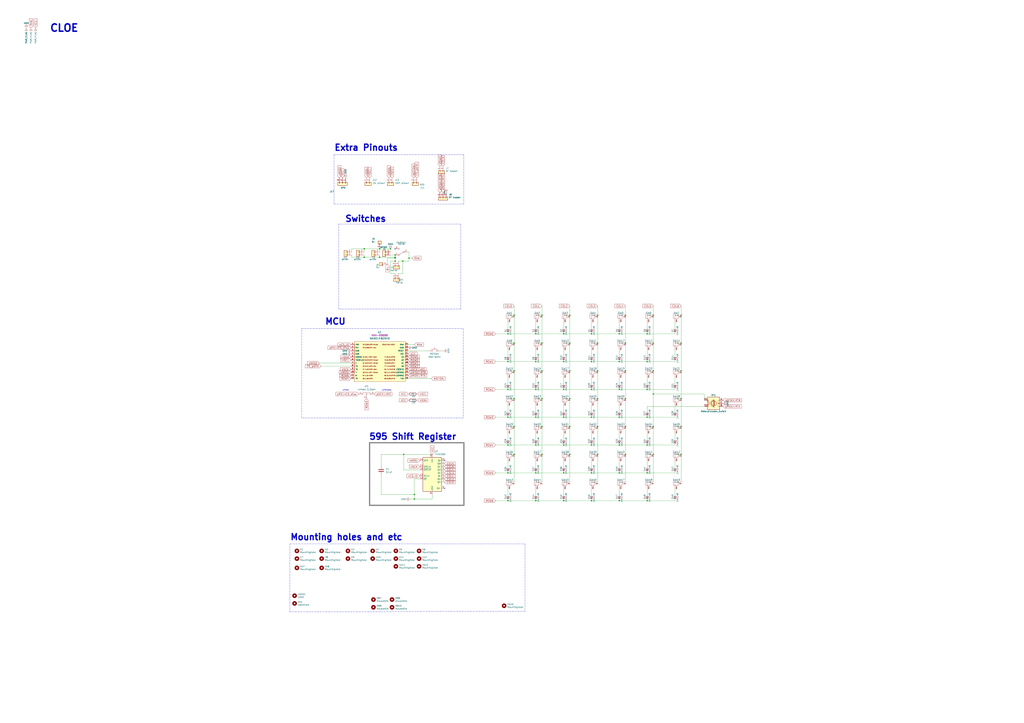
<source format=kicad_sch>
(kicad_sch (version 20211123) (generator eeschema)
  (paper "A1")
  (lib_symbols
    (symbol "74xx:74HC595"
      (property "Reference" "U" (at -7.62 13.97 0))
      (property "Value" "74HC595" (at -7.62 -16.51 0))
      (symbol "74HC595_1_0"
        (pin tri_state line (at 10.16 7.62 180) (length 2.54) (name "QB") (number "1"))
        (pin input line (at -10.16 2.54 0) (length 2.54) (name "~{SRCLR}") (number "10"))
        (pin input line (at -10.16 5.08 0) (length 2.54) (name "SRCLK") (number "11"))
        (pin input line (at -10.16 -2.54 0) (length 2.54) (name "RCLK") (number "12"))
        (pin input line (at -10.16 -5.08 0) (length 2.54) (name "~{OE}") (number "13"))
        (pin input line (at -10.16 10.16 0) (length 2.54) (name "SER") (number "14"))
        (pin tri_state line (at 10.16 10.16 180) (length 2.54) (name "QA") (number "15"))
        (pin power_in line (at 0 15.24 270) (length 2.54) (name "VCC") (number "16"))
        (pin tri_state line (at 10.16 5.08 180) (length 2.54) (name "QC") (number "2"))
        (pin tri_state line (at 10.16 2.54 180) (length 2.54) (name "QD") (number "3"))
        (pin tri_state line (at 10.16 0 180) (length 2.54) (name "QE") (number "4"))
        (pin tri_state line (at 10.16 -2.54 180) (length 2.54) (name "QF") (number "5"))
        (pin tri_state line (at 10.16 -5.08 180) (length 2.54) (name "QG") (number "6"))
        (pin tri_state line (at 10.16 -7.62 180) (length 2.54) (name "QH") (number "7"))
        (pin power_in line (at 0 -17.78 90) (length 2.54) (name "GND") (number "8"))
        (pin output line (at 10.16 -12.7 180) (length 2.54) (name "QH'") (number "9"))
      )
    )
    (symbol "Connector_Generic:Conn_01x01" (pin_names (offset 1.016) hide)
      (property "Reference" "J" (at 0 2.54 0))
      (property "Value" "Conn_01x01" (at 0 -2.54 0))
      (symbol "Conn_01x01_1_1"
        (pin passive line (at -5.08 0 0) (length 3.81) (name "Pin_1") (number "1"))
      )
    )
    (symbol "Connector_Generic:Conn_01x02" (pin_names (offset 1.016) hide)
      (property "Reference" "J" (at 0 2.54 0))
      (property "Value" "Conn_01x02" (at 0 -5.08 0))
      (symbol "Conn_01x02_1_1"
        (pin passive line (at -5.08 0 0) (length 3.81) (name "Pin_1") (number "1"))
        (pin passive line (at -5.08 -2.54 0) (length 3.81) (name "Pin_2") (number "2"))
      )
    )
    (symbol "Connector_Generic:Conn_01x03" (pin_names (offset 1.016) hide)
      (property "Reference" "J" (at 0 5.08 0))
      (property "Value" "Conn_01x03" (at 0 -5.08 0))
      (symbol "Conn_01x03_1_1"
        (pin passive line (at -5.08 2.54 0) (length 3.81) (name "Pin_1") (number "1"))
        (pin passive line (at -5.08 0 0) (length 3.81) (name "Pin_2") (number "2"))
        (pin passive line (at -5.08 -2.54 0) (length 3.81) (name "Pin_3") (number "3"))
      )
    )
    (symbol "Device:C" (pin_numbers hide) (pin_names (offset 0.254))
      (property "Reference" "C" (at 0.635 2.54 0))
      (property "Value" "C" (at 0.635 -2.54 0))
      (symbol "C_1_1"
        (pin passive line (at 0 3.81 270) (length 2.794) (name "~") (number "1"))
        (pin passive line (at 0 -3.81 90) (length 2.794) (name "~") (number "2"))
      )
    )
    (symbol "Device:D_Small" (pin_numbers hide) (pin_names (offset 0.254) hide)
      (property "Reference" "D" (at -1.27 2.032 0))
      (property "Value" "D_Small" (at -3.81 -2.032 0))
      (symbol "D_Small_1_1"
        (pin passive line (at -2.54 0 0) (length 1.778) (name "K") (number "1"))
        (pin passive line (at 2.54 0 180) (length 1.778) (name "A") (number "2"))
      )
    )
    (symbol "Device:R" (pin_numbers hide) (pin_names (offset 0))
      (property "Reference" "R" (at 2.032 0 90))
      (property "Value" "R" (at 0 0 90))
      (symbol "R_1_1"
        (pin passive line (at 0 3.81 270) (length 1.27) (name "~") (number "1"))
        (pin passive line (at 0 -3.81 90) (length 1.27) (name "~") (number "2"))
      )
    )
    (symbol "Device:RotaryEncoder_Switch" (pin_names (offset 0.254) hide)
      (property "Reference" "SW" (at 0 6.604 0))
      (property "Value" "RotaryEncoder_Switch" (at 0 -6.604 0))
      (symbol "RotaryEncoder_Switch_1_1"
        (pin passive line (at -7.62 2.54 0) (length 2.54) (name "A") (number "A"))
        (pin passive line (at -7.62 -2.54 0) (length 2.54) (name "B") (number "B"))
        (pin passive line (at -7.62 0 0) (length 2.54) (name "C") (number "C"))
        (pin passive line (at 7.62 2.54 180) (length 2.54) (name "S1") (number "S1"))
        (pin passive line (at 7.62 -2.54 180) (length 2.54) (name "S2") (number "S2"))
      )
    )
    (symbol "Jumper:Jumper_3_Open" (pin_names (offset 0) hide)
      (property "Reference" "JP" (at -2.54 -2.54 0))
      (property "Value" "Jumper_3_Open" (at 0 2.794 0))
      (symbol "Jumper_3_Open_1_1"
        (pin passive line (at -6.35 0 0) (length 2.54) (name "A") (number "1"))
        (pin passive line (at 0 -3.81 90) (length 2.54) (name "C") (number "2"))
        (pin passive line (at 6.35 0 180) (length 2.54) (name "B") (number "3"))
      )
    )
    (symbol "MX_Alps_Hybrid:MX-NoLED" (pin_names (offset 1.016))
      (property "Reference" "MX" (at -0.635 3.81 0))
      (property "Value" "MX-NoLED" (at -0.635 1.27 0))
      (symbol "MX-NoLED_0_0"
        (text "COL" (at 3.175 0 0) (effects (font (size 0.762 0.762))))
        (text "ROW" (at 0 -1.905 900) (effects (font (size 0.762 0.762)) (justify right)))
      )
      (symbol "MX-NoLED_1_1"
        (pin passive line (at 3.81 1.27 180) (length 2.54) (name "COL") (number "1"))
        (pin passive line (at -1.27 -3.81 90) (length 2.54) (name "ROW") (number "2"))
      )
    )
    (symbol "Mechanical:MountingHole" (pin_names (offset 1.016))
      (property "Reference" "H" (at 0 5.08 0))
      (property "Value" "MountingHole" (at 0 3.175 0))
    )
    (symbol "Switch:SW_Push" (pin_numbers hide) (pin_names (offset 1.016) hide)
      (property "Reference" "SW" (at 1.27 2.54 0))
      (property "Value" "SW_Push" (at 0 -1.524 0))
      (symbol "SW_Push_0_1"
        (pin passive line (at -5.08 0 0) (length 2.54) (name "1") (number "1"))
        (pin passive line (at 5.08 0 180) (length 2.54) (name "2") (number "2"))
      )
    )
    (symbol "Switch:SW_SPDT" (pin_names (offset 0) hide)
      (property "Reference" "SW" (at 0 4.318 0))
      (property "Value" "SW_SPDT" (at 0 -5.08 0))
      (symbol "SW_SPDT_1_1"
        (pin passive line (at 5.08 2.54 180) (length 2.54) (name "A") (number "1"))
        (pin passive line (at -5.08 0 0) (length 2.54) (name "B") (number "2"))
        (pin passive line (at 5.08 -2.54 180) (length 2.54) (name "C") (number "3"))
      )
    )
    (symbol "ncSymbols:PROMICRO" (pin_names (offset 1.016))
      (property "Reference" "U1" (at -0.254 24.257 0))
      (property "Value" "PROMICRO" (at 0.254 27.051 0))
      (property "Field4" "XXX-00000" (at 0 21.59 0))
      (symbol "PROMICRO_1_1"
        (text "(RAW)|RAW|NONE" (at 12.7 13.97 0) (effects (font (size 0.7874 0.7874)) (justify right)))
        (text "B1|1.13|GP18" (at 12.7 -6.35 0) (effects (font (size 0.7874 0.7874)) (justify right)))
        (text "B2|0.10|GP19" (at 12.7 -11.43 0) (effects (font (size 0.7874 0.7874)) (justify right)))
        (text "B3|1.11|GP20" (at 12.7 -8.89 0) (effects (font (size 0.7874 0.7874)) (justify right)))
        (text "B4|1.04|GP8" (at -13.97 -11.43 0) (effects (font (size 0.7874 0.7874)) (justify left)))
        (text "B5|1.06|GP9" (at -13.97 -13.97 0) (effects (font (size 0.7874 0.7874)) (justify left)))
        (text "B6|0.09|GP10" (at 12.7 -13.97 0) (effects (font (size 0.7874 0.7874)) (justify right)))
        (text "C6|0.24|GP5-0cs" (at -13.97 -3.81 0) (effects (font (size 0.7874 0.7874)) (justify left)))
        (text "D0|0.20|GP3-0mosi" (at -13.97 1.27 0) (effects (font (size 0.7874 0.7874)) (justify left)))
        (text "D1|0.17|GP2-0sck" (at -13.97 3.81 0) (effects (font (size 0.7874 0.7874)) (justify left)))
        (text "D2|0.08|GP1-0cs" (at -13.97 11.43 0) (effects (font (size 0.7874 0.7874)) (justify left)))
        (text "D3|0.06|GP0-0miso" (at -13.97 13.97 0) (effects (font (size 0.7874 0.7874)) (justify left)))
        (text "D4|0.22|GP4-0miso" (at -13.97 -1.27 0) (effects (font (size 0.7874 0.7874)) (justify left)))
        (text "D7|1.00|GP6-0sck" (at -13.97 -6.35 0) (effects (font (size 0.7874 0.7874)) (justify left)))
        (text "E6|0.11|GP7-0mosi" (at -13.97 -8.89 0) (effects (font (size 0.7874 0.7874)) (justify left)))
        (text "F4|0.31|GP29" (at 12.7 3.81 0) (effects (font (size 0.7874 0.7874)) (justify right)))
        (text "F5|0.29|GP28" (at 12.7 1.27 0) (effects (font (size 0.7874 0.7874)) (justify right)))
        (text "F6|0.02|GP27" (at 12.7 -1.27 0) (effects (font (size 0.7874 0.7874)) (justify right)))
        (text "F7|1.15|GP26" (at 12.7 -3.81 0) (effects (font (size 0.7874 0.7874)) (justify right)))
        (pin bidirectional line (at -23.495 13.97 0) (length 2.54) (name "TXO") (number "1"))
        (pin bidirectional line (at -23.495 -8.89 0) (length 2.54) (name "7") (number "10"))
        (pin bidirectional line (at -23.495 -11.43 0) (length 2.54) (name "8") (number "11"))
        (pin bidirectional line (at -23.495 -13.97 0) (length 2.54) (name "*9") (number "12"))
        (pin bidirectional line (at 23.495 -13.97 180) (length 2.54) (name "*10") (number "13"))
        (pin bidirectional line (at 23.495 -11.43 180) (length 2.54) (name "11(MOSI)") (number "14"))
        (pin bidirectional line (at 23.495 -8.89 180) (length 2.54) (name "12(MISO)") (number "15"))
        (pin bidirectional line (at 23.495 -6.35 180) (length 2.54) (name "13(SCK)") (number "16"))
        (pin bidirectional line (at 23.495 -3.81 180) (length 2.54) (name "A0") (number "17"))
        (pin bidirectional line (at 23.495 -1.27 180) (length 2.54) (name "A1") (number "18"))
        (pin bidirectional line (at 23.495 1.27 180) (length 2.54) (name "A2") (number "19"))
        (pin bidirectional line (at -23.495 11.43 0) (length 2.54) (name "RXI") (number "2"))
        (pin bidirectional line (at 23.495 3.81 180) (length 2.54) (name "A3") (number "20"))
        (pin power_in line (at 23.495 6.35 180) (length 2.54) (name "VCC") (number "21"))
        (pin bidirectional line (at 23.495 8.89 180) (length 2.54) (name "RESET") (number "22"))
        (pin power_in line (at 23.495 11.43 180) (length 2.54) (name "GND") (number "23"))
        (pin power_in line (at 23.495 13.97 180) (length 2.54) (name "RAW") (number "24"))
        (pin power_in line (at -23.495 8.89 0) (length 2.54) (name "GND") (number "3"))
        (pin power_in line (at -23.495 6.35 0) (length 2.54) (name "GND") (number "4"))
        (pin bidirectional line (at -23.495 3.81 0) (length 2.54) (name "2(SDA)") (number "5"))
        (pin bidirectional line (at -23.495 1.27 0) (length 2.54) (name "*3(SCL)") (number "6"))
        (pin bidirectional line (at -23.495 -1.27 0) (length 2.54) (name "4") (number "7"))
        (pin bidirectional line (at -23.495 -3.81 0) (length 2.54) (name "*5") (number "8"))
        (pin bidirectional line (at -23.495 -6.35 0) (length 2.54) (name "*6") (number "9"))
      )
    )
    (symbol "power:GND" (power) (pin_names (offset 0))
      (property "Value" "GND" (at 0 -3.81 0))
      (symbol "GND_1_1"
        (pin power_in line (at 0 0 270) (length 0) hide (name "GND") (number "1"))
      )
    )
    (symbol "power:PWR_FLAG" (power) (pin_numbers hide) (pin_names (offset 0) hide)
      (property "Value" "PWR_FLAG" (at 0 3.81 0))
      (symbol "PWR_FLAG_0_0"
        (pin power_out line (at 0 0 90) (length 0) (name "pwr") (number "1"))
      )
    )
  )
  (junction (at 340.36 406.4))
  (junction (at 422.275 350.52))
  (junction (at 422.275 304.8))
  (junction (at 445.135 304.8))
  (junction (at 536.575 259.08))
  (junction (at 513.715 373.38))
  (junction (at 485.775 297.18))
  (junction (at 508.635 320.04))
  (junction (at 531.495 411.48))
  (junction (at 536.575 281.94))
  (junction (at 320.675 204.47))
  (junction (at 299.085 204.47))
  (junction (at 508.635 297.18))
  (junction (at 417.195 320.04))
  (junction (at 422.275 327.66))
  (junction (at 417.195 411.48))
  (junction (at 335.915 212.09))
  (junction (at 508.635 411.48))
  (junction (at 559.435 350.52))
  (junction (at 324.485 209.55))
  (junction (at 536.575 304.8))
  (junction (at 340.36 410.21))
  (junction (at 485.775 411.48))
  (junction (at 462.915 320.04))
  (junction (at 417.195 365.76))
  (junction (at 467.995 373.38))
  (junction (at 508.635 274.32))
  (junction (at 445.135 281.94))
  (junction (at 462.915 274.32))
  (junction (at 485.775 320.04))
  (junction (at 536.575 323.85))
  (junction (at 440.055 320.04))
  (junction (at 440.055 411.48))
  (junction (at 417.195 274.32))
  (junction (at 467.995 350.52))
  (junction (at 467.995 281.94))
  (junction (at 531.495 274.32))
  (junction (at 462.915 365.76))
  (junction (at 508.635 365.76))
  (junction (at 490.855 281.94))
  (junction (at 462.915 388.62))
  (junction (at 490.855 327.66))
  (junction (at 440.055 274.32))
  (junction (at 513.715 259.08))
  (junction (at 445.135 350.52))
  (junction (at 559.435 281.94))
  (junction (at 311.785 211.455))
  (junction (at 462.915 297.18))
  (junction (at 536.575 373.38))
  (junction (at 440.055 342.9))
  (junction (at 531.495 342.9))
  (junction (at 485.775 274.32))
  (junction (at 422.275 281.94))
  (junction (at 490.855 373.38))
  (junction (at 531.495 320.04))
  (junction (at 445.135 373.38))
  (junction (at 440.055 365.76))
  (junction (at 559.435 327.66))
  (junction (at 531.495 297.18))
  (junction (at 467.995 327.66))
  (junction (at 462.915 342.9))
  (junction (at 490.855 259.08))
  (junction (at 440.055 388.62))
  (junction (at 490.855 304.8))
  (junction (at 467.995 259.08))
  (junction (at 467.995 304.8))
  (junction (at 462.915 411.48))
  (junction (at 331.47 373.38))
  (junction (at 508.635 342.9))
  (junction (at 485.775 342.9))
  (junction (at 508.635 388.62))
  (junction (at 536.575 350.52))
  (junction (at 417.195 388.62))
  (junction (at 559.435 304.8))
  (junction (at 485.775 388.62))
  (junction (at 513.715 327.66))
  (junction (at 417.195 342.9))
  (junction (at 445.135 259.08))
  (junction (at 513.715 281.94))
  (junction (at 490.855 350.52))
  (junction (at 531.495 365.76))
  (junction (at 299.085 211.455))
  (junction (at 485.775 365.76))
  (junction (at 531.495 388.62))
  (junction (at 417.195 297.18))
  (junction (at 440.055 297.18))
  (junction (at 324.485 211.455))
  (junction (at 559.435 373.38))
  (junction (at 559.435 259.08))
  (junction (at 330.835 214.63))
  (junction (at 445.135 327.66))
  (junction (at 324.485 214.63))
  (junction (at 422.275 373.38))
  (junction (at 513.715 350.52))
  (junction (at 513.715 304.8))
  (junction (at 324.485 212.09))
  (junction (at 422.275 259.08))
  (junction (at 311.785 204.47))
  (no_connect (at 365.125 401.32))
  (no_connect (at 365.125 378.46))
  (no_connect (at 324.485 204.47))
  (wire (pts (xy 311.785 207.01) (xy 311.785 204.47)))
  (wire (pts (xy 508.635 401.32) (xy 508.635 406.4)))
  (wire (pts (xy 513.715 373.38) (xy 513.715 396.24)))
  (wire (pts (xy 340.36 393.7) (xy 340.36 406.4)))
  (wire (pts (xy 417.195 297.18) (xy 440.055 297.18)))
  (wire (pts (xy 318.135 212.09) (xy 318.135 217.17)))
  (wire (pts (xy 554.355 287.02) (xy 554.355 292.1)))
  (wire (pts (xy 440.055 274.32) (xy 462.915 274.32)))
  (wire (pts (xy 324.485 209.55) (xy 324.485 211.455)))
  (wire (pts (xy 417.195 320.04) (xy 440.055 320.04)))
  (wire (pts (xy 407.035 274.32) (xy 417.195 274.32)))
  (wire (pts (xy 508.635 365.76) (xy 531.495 365.76)))
  (wire (pts (xy 340.36 406.4) (xy 340.36 410.21)))
  (wire (pts (xy 440.055 411.48) (xy 462.915 411.48)))
  (wire (pts (xy 531.495 297.18) (xy 554.355 297.18)))
  (wire (pts (xy 578.485 328.93) (xy 578.485 323.85)))
  (wire (pts (xy 313.055 373.38) (xy 331.47 373.38)))
  (wire (pts (xy 407.035 365.76) (xy 417.195 365.76)))
  (wire (pts (xy 422.275 281.94) (xy 422.275 304.8)))
  (wire (pts (xy 422.275 304.8) (xy 422.275 327.66)))
  (wire (pts (xy 531.495 320.04) (xy 554.355 320.04)))
  (wire (pts (xy 485.775 297.18) (xy 508.635 297.18)))
  (polyline (pts (xy 303.53 415.29) (xy 381 415.29)) (stroke (width 1) (type solid) (color 132 132 132 1)))
  (wire (pts (xy 440.055 309.88) (xy 440.055 314.96)))
  (wire (pts (xy 407.035 342.9) (xy 417.195 342.9)))
  (wire (pts (xy 536.575 281.94) (xy 536.575 304.8)))
  (wire (pts (xy 508.635 264.16) (xy 508.635 269.24)))
  (wire (pts (xy 417.195 287.02) (xy 417.195 292.1)))
  (wire (pts (xy 417.195 411.48) (xy 440.055 411.48)))
  (wire (pts (xy 417.195 365.76) (xy 440.055 365.76)))
  (wire (pts (xy 440.055 297.18) (xy 462.915 297.18)))
  (wire (pts (xy 445.135 373.38) (xy 445.135 396.24)))
  (wire (pts (xy 554.355 264.16) (xy 554.355 269.24)))
  (wire (pts (xy 313.055 390.525) (xy 313.055 406.4)))
  (wire (pts (xy 462.915 411.48) (xy 485.775 411.48)))
  (wire (pts (xy 490.855 327.66) (xy 490.855 350.52)))
  (wire (pts (xy 513.715 259.08) (xy 513.715 251.46)))
  (wire (pts (xy 330.835 224.79) (xy 330.835 214.63)))
  (wire (pts (xy 324.485 224.79) (xy 320.675 224.79)))
  (wire (pts (xy 417.195 309.88) (xy 417.195 314.96)))
  (wire (pts (xy 531.495 378.46) (xy 531.495 383.54)))
  (polyline (pts (xy 431.165 447.04) (xy 431.165 502.92)))
  (wire (pts (xy 513.715 327.66) (xy 513.715 350.52)))
  (wire (pts (xy 262.255 298.45) (xy 288.29 298.45)))
  (wire (pts (xy 531.495 274.32) (xy 554.355 274.32)))
  (wire (pts (xy 508.635 320.04) (xy 531.495 320.04)))
  (wire (pts (xy 462.915 378.46) (xy 462.915 383.54)))
  (wire (pts (xy 490.855 259.08) (xy 490.855 281.94)))
  (polyline (pts (xy 381 415.29) (xy 381 363.855)) (stroke (width 1) (type solid) (color 132 132 132 1)))
  (wire (pts (xy 440.055 332.74) (xy 440.055 337.82)))
  (polyline (pts (xy 303.53 363.855) (xy 303.53 415.29)) (stroke (width 1) (type solid) (color 132 132 132 1)))
  (wire (pts (xy 462.915 332.74) (xy 462.915 337.82)))
  (polyline (pts (xy 238.125 502.92) (xy 238.125 447.04)))
  (wire (pts (xy 331.47 386.08) (xy 331.47 373.38)))
  (wire (pts (xy 513.715 350.52) (xy 513.715 373.38)))
  (wire (pts (xy 334.645 207.01) (xy 335.915 207.01)))
  (wire (pts (xy 536.575 350.52) (xy 536.575 373.38)))
  (wire (pts (xy 485.775 388.62) (xy 508.635 388.62)))
  (polyline (pts (xy 278.13 184.15) (xy 378.46 184.15)))
  (wire (pts (xy 508.635 388.62) (xy 531.495 388.62)))
  (wire (pts (xy 313.055 382.905) (xy 313.055 373.38)))
  (wire (pts (xy 559.435 373.38) (xy 559.435 396.24)))
  (wire (pts (xy 554.355 332.74) (xy 554.355 337.82)))
  (wire (pts (xy 299.085 204.47) (xy 299.085 207.01)))
  (wire (pts (xy 536.575 259.08) (xy 536.575 281.94)))
  (wire (pts (xy 559.435 327.66) (xy 559.435 350.52)))
  (wire (pts (xy 531.495 334.01) (xy 578.485 334.01)))
  (wire (pts (xy 445.135 259.08) (xy 445.135 251.46)))
  (wire (pts (xy 485.775 287.02) (xy 485.775 292.1)))
  (wire (pts (xy 508.635 342.9) (xy 531.495 342.9)))
  (wire (pts (xy 440.055 355.6) (xy 440.055 360.68)))
  (wire (pts (xy 531.495 309.88) (xy 531.495 314.96)))
  (wire (pts (xy 531.495 287.02) (xy 531.495 292.1)))
  (polyline (pts (xy 274.32 127) (xy 274.32 167.64)))
  (wire (pts (xy 485.775 365.76) (xy 508.635 365.76)))
  (wire (pts (xy 417.195 274.32) (xy 440.055 274.32)))
  (wire (pts (xy 485.775 355.6) (xy 485.775 360.68)))
  (wire (pts (xy 320.675 224.79) (xy 320.675 214.63)))
  (wire (pts (xy 440.055 388.62) (xy 462.915 388.62)))
  (polyline (pts (xy 247.65 343.535) (xy 247.65 269.875)))
  (wire (pts (xy 467.995 350.52) (xy 467.995 373.38)))
  (wire (pts (xy 440.055 365.76) (xy 462.915 365.76)))
  (wire (pts (xy 407.035 411.48) (xy 417.195 411.48)))
  (polyline (pts (xy 380.365 343.535) (xy 247.65 343.535)))
  (wire (pts (xy 536.575 251.46) (xy 536.575 259.08)))
  (wire (pts (xy 490.855 251.46) (xy 490.855 259.08)))
  (wire (pts (xy 335.28 311.15) (xy 354.33 311.15)))
  (wire (pts (xy 508.635 274.32) (xy 531.495 274.32)))
  (wire (pts (xy 462.915 342.9) (xy 485.775 342.9)))
  (wire (pts (xy 490.855 281.94) (xy 490.855 304.8)))
  (wire (pts (xy 320.675 214.63) (xy 324.485 214.63)))
  (wire (pts (xy 340.36 410.21) (xy 354.965 410.21)))
  (wire (pts (xy 536.575 373.38) (xy 536.575 396.24)))
  (polyline (pts (xy 431.165 502.285) (xy 238.125 502.92)))
  (wire (pts (xy 485.775 378.46) (xy 485.775 383.54)))
  (wire (pts (xy 554.355 378.46) (xy 554.355 383.54)))
  (polyline (pts (xy 378.46 254) (xy 278.13 254)))
  (wire (pts (xy 324.485 212.09) (xy 324.485 214.63)))
  (wire (pts (xy 554.355 309.88) (xy 554.355 314.96)))
  (polyline (pts (xy 381 127) (xy 274.32 127)))
  (wire (pts (xy 462.915 297.18) (xy 485.775 297.18)))
  (wire (pts (xy 485.775 401.32) (xy 485.775 406.4)))
  (wire (pts (xy 336.55 410.21) (xy 340.36 410.21)))
  (wire (pts (xy 508.635 287.02) (xy 508.635 292.1)))
  (wire (pts (xy 324.485 209.55) (xy 320.675 209.55)))
  (wire (pts (xy 417.195 264.16) (xy 417.195 269.24)))
  (wire (pts (xy 462.915 355.6) (xy 462.915 360.68)))
  (wire (pts (xy 513.715 281.94) (xy 513.715 259.08)))
  (wire (pts (xy 485.775 342.9) (xy 508.635 342.9)))
  (wire (pts (xy 364.49 288.29) (xy 361.95 288.29)))
  (wire (pts (xy 445.135 350.52) (xy 445.135 373.38)))
  (wire (pts (xy 288.925 207.01) (xy 288.925 204.47)))
  (wire (pts (xy 331.47 373.38) (xy 354.965 373.38)))
  (wire (pts (xy 445.135 304.8) (xy 445.135 327.66)))
  (wire (pts (xy 422.275 259.08) (xy 422.275 281.94)))
  (wire (pts (xy 462.915 365.76) (xy 485.775 365.76)))
  (wire (pts (xy 422.275 373.38) (xy 422.275 396.24)))
  (wire (pts (xy 531.495 388.62) (xy 554.355 388.62)))
  (wire (pts (xy 559.435 281.94) (xy 559.435 259.08)))
  (wire (pts (xy 485.775 309.88) (xy 485.775 314.96)))
  (wire (pts (xy 536.575 323.85) (xy 536.575 350.52)))
  (wire (pts (xy 559.435 327.66) (xy 559.435 304.8)))
  (wire (pts (xy 559.435 259.08) (xy 559.435 251.46)))
  (wire (pts (xy 531.495 401.32) (xy 531.495 406.4)))
  (wire (pts (xy 440.055 264.16) (xy 440.055 269.24)))
  (wire (pts (xy 263.525 300.99) (xy 288.29 300.99)))
  (wire (pts (xy 485.775 264.16) (xy 485.775 269.24)))
  (wire (pts (xy 462.915 401.32) (xy 462.915 406.4)))
  (polyline (pts (xy 278.13 254) (xy 278.13 184.15)))
  (wire (pts (xy 417.195 378.46) (xy 417.195 383.54)))
  (wire (pts (xy 422.275 251.46) (xy 422.275 259.08)))
  (wire (pts (xy 440.055 342.9) (xy 462.915 342.9)))
  (wire (pts (xy 531.495 355.6) (xy 531.495 360.68)))
  (wire (pts (xy 462.915 309.88) (xy 462.915 314.96)))
  (wire (pts (xy 531.495 365.76) (xy 554.355 365.76)))
  (wire (pts (xy 490.855 304.8) (xy 490.855 327.66)))
  (wire (pts (xy 311.785 211.455) (xy 324.485 211.455)))
  (wire (pts (xy 467.995 373.38) (xy 467.995 396.24)))
  (polyline (pts (xy 378.46 184.15) (xy 378.46 254)))
  (wire (pts (xy 344.805 386.08) (xy 331.47 386.08)))
  (wire (pts (xy 531.495 334.01) (xy 531.495 337.82)))
  (wire (pts (xy 462.915 264.16) (xy 462.915 269.24)))
  (wire (pts (xy 467.995 327.66) (xy 467.995 350.52)))
  (wire (pts (xy 320.675 207.01) (xy 320.675 204.47)))
  (polyline (pts (xy 247.65 269.875) (xy 380.365 269.875)))
  (wire (pts (xy 513.715 304.8) (xy 513.715 281.94)))
  (wire (pts (xy 440.055 378.46) (xy 440.055 383.54)))
  (wire (pts (xy 407.035 297.18) (xy 417.195 297.18)))
  (wire (pts (xy 344.805 393.7) (xy 340.36 393.7)))
  (wire (pts (xy 485.775 332.74) (xy 485.775 337.82)))
  (wire (pts (xy 508.635 309.88) (xy 508.635 314.96)))
  (wire (pts (xy 440.055 401.32) (xy 440.055 406.4)))
  (wire (pts (xy 490.855 373.38) (xy 490.855 396.24)))
  (wire (pts (xy 467.995 259.08) (xy 467.995 251.46)))
  (polyline (pts (xy 274.32 167.64) (xy 381 167.64)))
  (wire (pts (xy 559.435 281.94) (xy 559.435 304.8)))
  (wire (pts (xy 311.785 204.47) (xy 320.675 204.47)))
  (polyline (pts (xy 238.125 447.04) (xy 431.165 447.04)))
  (wire (pts (xy 467.995 281.94) (xy 467.995 259.08)))
  (wire (pts (xy 417.195 332.74) (xy 417.195 337.82)))
  (wire (pts (xy 335.915 212.09) (xy 338.455 212.09)))
  (polyline (pts (xy 381 167.64) (xy 381 127)))
  (wire (pts (xy 508.635 378.46) (xy 508.635 383.54)))
  (wire (pts (xy 536.575 323.85) (xy 578.485 323.85)))
  (wire (pts (xy 485.775 320.04) (xy 508.635 320.04)))
  (wire (pts (xy 335.28 288.29) (xy 351.79 288.29)))
  (wire (pts (xy 559.435 350.52) (xy 559.435 373.38)))
  (wire (pts (xy 508.635 355.6) (xy 508.635 360.68)))
  (wire (pts (xy 417.195 342.9) (xy 440.055 342.9)))
  (wire (pts (xy 462.915 388.62) (xy 485.775 388.62)))
  (wire (pts (xy 407.035 388.62) (xy 417.195 388.62)))
  (wire (pts (xy 462.915 287.02) (xy 462.915 292.1)))
  (wire (pts (xy 417.195 355.6) (xy 417.195 360.68)))
  (wire (pts (xy 324.485 211.455) (xy 324.485 212.09)))
  (wire (pts (xy 324.485 212.09) (xy 318.135 212.09)))
  (wire (pts (xy 462.915 274.32) (xy 485.775 274.32)))
  (wire (pts (xy 422.275 350.52) (xy 422.275 373.38)))
  (wire (pts (xy 467.995 304.8) (xy 467.995 281.94)))
  (wire (pts (xy 531.495 264.16) (xy 531.495 269.24)))
  (wire (pts (xy 508.635 332.74) (xy 508.635 337.82)))
  (wire (pts (xy 440.055 320.04) (xy 462.915 320.04)))
  (wire (pts (xy 467.995 304.8) (xy 467.995 327.66)))
  (wire (pts (xy 327.025 224.79) (xy 330.835 224.79)))
  (wire (pts (xy 335.915 214.63) (xy 335.915 212.09)))
  (wire (pts (xy 513.715 327.66) (xy 513.715 304.8)))
  (wire (pts (xy 422.275 327.66) (xy 422.275 350.52)))
  (wire (pts (xy 485.775 411.48) (xy 508.635 411.48)))
  (wire (pts (xy 485.775 274.32) (xy 508.635 274.32)))
  (wire (pts (xy 445.135 327.66) (xy 445.135 350.52)))
  (wire (pts (xy 299.085 204.47) (xy 311.785 204.47)))
  (polyline (pts (xy 380.365 269.875) (xy 380.365 343.535)))
  (wire (pts (xy 288.925 209.55) (xy 288.925 211.455)))
  (wire (pts (xy 440.055 287.02) (xy 440.055 292.1)))
  (wire (pts (xy 536.575 304.8) (xy 536.575 323.85)))
  (wire (pts (xy 288.925 211.455) (xy 299.085 211.455)))
  (wire (pts (xy 417.195 401.32) (xy 417.195 406.4)))
  (wire (pts (xy 417.195 388.62) (xy 440.055 388.62)))
  (wire (pts (xy 462.915 320.04) (xy 485.775 320.04)))
  (wire (pts (xy 335.915 207.01) (xy 335.915 212.09)))
  (wire (pts (xy 554.355 401.32) (xy 554.355 406.4)))
  (wire (pts (xy 335.28 283.21) (xy 340.36 283.21)))
  (wire (pts (xy 311.785 209.55) (xy 311.785 211.455)))
  (wire (pts (xy 508.635 411.48) (xy 531.495 411.48)))
  (wire (pts (xy 330.835 214.63) (xy 335.915 214.63)))
  (wire (pts (xy 407.035 320.04) (xy 417.195 320.04)))
  (wire (pts (xy 554.355 355.6) (xy 554.355 360.68)))
  (wire (pts (xy 445.135 304.8) (xy 445.135 281.94)))
  (wire (pts (xy 299.085 211.455) (xy 311.785 211.455)))
  (wire (pts (xy 531.495 342.9) (xy 554.355 342.9)))
  (wire (pts (xy 508.635 297.18) (xy 531.495 297.18)))
  (polyline (pts (xy 381 363.855) (xy 303.53 363.855)) (stroke (width 1) (type solid) (color 132 132 132 1)))
  (wire (pts (xy 490.855 350.52) (xy 490.855 373.38)))
  (wire (pts (xy 445.135 281.94) (xy 445.135 259.08)))
  (wire (pts (xy 299.085 209.55) (xy 299.085 211.455)))
  (wire (pts (xy 531.495 411.48) (xy 554.355 411.48)))
  (wire (pts (xy 354.965 410.21) (xy 354.965 406.4)))
  (wire (pts (xy 327.025 214.63) (xy 330.835 214.63)))
  (wire (pts (xy 313.055 406.4) (xy 340.36 406.4)))
  (wire (pts (xy 288.925 204.47) (xy 299.085 204.47)))
  (text "CLOE" (at 40.64 26.67 0) (effects (font (size 6 6) (thickness 1.2) bold) (justify left bottom)))
  (text "MCU" (at 266.7 267.335 0) (effects (font (size 5.08 5.08) (thickness 1.016) bold) (justify left bottom)))
  (text "Mounting holes and etc" (at 238.125 444.5 0) (effects (font (size 5.08 5.08) (thickness 1.016) bold) (justify left bottom)))
  (text "wireless" (at 313.69 321.31 0) (effects (font (size 1.27 1.27)) (justify left bottom)))
  (text "Switches" (at 283.21 182.88 0) (effects (font (size 5.08 5.08) (thickness 1.016) bold) (justify left bottom)))
  (text "wired" (at 281.305 321.31 0) (effects (font (size 1.27 1.27)) (justify left bottom)))
  (text "Extra Pinouts" (at 274.32 124.46 0) (effects (font (size 5.08 5.08) (thickness 1.016) bold) (justify left bottom)))
  (text "595 Shift Register" (at 302.895 361.95 0) (effects (font (size 5.08 5.08) (thickness 1.016) bold) (justify left bottom)))
  (global_label "COL5" (shape input) (at 536.575 251.46 180) (effects (font (size 1.524 1.524))) (property "Intersheet References" "${INTERSHEET_REFS}" (effects hide)))
  (global_label "nSCK" (shape input) (at 321.945 146.05 90) (effects (font (size 1.524 1.524))) (property "Intersheet References" "${INTERSHEET_REFS}" (effects hide)))
  (global_label "VCC" (shape input) (at 335.28 328.93 180) (effects (font (size 1.524 1.524))) (property "Intersheet References" "${INTERSHEET_REFS}" (effects hide)))
  (global_label "pSCK|nR3" (shape input) (at 307.34 323.85 0) (effects (font (size 1.524 1.524))) (property "Intersheet References" "${INTERSHEET_REFS}" (effects hide)))
  (global_label "COL4" (shape input) (at 513.715 251.46 180) (effects (font (size 1.524 1.524))) (property "Intersheet References" "${INTERSHEET_REFS}" (effects hide)))
  (global_label "ROW4" (shape input) (at 407.035 365.76 180) (effects (font (size 1.524 1.524))) (property "Intersheet References" "${INTERSHEET_REFS}" (effects hide)))
  (global_label "CS_point" (shape input) (at 263.525 300.99 180) (effects (font (size 1.524 1.524))) (property "Intersheet References" "${INTERSHEET_REFS}" (effects hide)))
  (global_label "ROW5" (shape input) (at 407.035 388.62 180) (effects (font (size 1.524 1.524))) (property "Intersheet References" "${INTERSHEET_REFS}" (effects hide)))
  (global_label "pMISO|RTB" (shape input) (at 593.725 328.93 0) (effects (font (size 1.524 1.524))) (property "Intersheet References" "${INTERSHEET_REFS}" (effects hide)))
  (global_label "ROW3" (shape input) (at 300.99 327.66 270) (effects (font (size 1.524 1.524))) (property "Intersheet References" "${INTERSHEET_REFS}" (effects hide)))
  (global_label "ROW3" (shape input) (at 361.315 136.525 90) (effects (font (size 1.524 1.524))) (property "Intersheet References" "${INTERSHEET_REFS}" (effects hide)))
  (global_label "ROW2" (shape input) (at 407.035 320.04 180) (effects (font (size 1.524 1.524))) (property "Intersheet References" "${INTERSHEET_REFS}" (effects hide)))
  (global_label "nCS_IO" (shape input) (at 344.805 391.16 180) (effects (font (size 1.524 1.524))) (property "Intersheet References" "${INTERSHEET_REFS}" (effects hide)))
  (global_label "COL0" (shape input) (at 365.125 396.24 0) (effects (font (size 1.524 1.524))) (property "Intersheet References" "${INTERSHEET_REFS}" (effects hide)))
  (global_label "B+" (shape input) (at 318.135 217.17 270) (effects (font (size 1.524 1.524))) (property "Intersheet References" "${INTERSHEET_REFS}" (effects hide)))
  (global_label "ROW5" (shape input) (at 335.28 293.37 0) (effects (font (size 1.524 1.524))) (property "Intersheet References" "${INTERSHEET_REFS}" (effects hide)))
  (global_label "ROW2" (shape input) (at 335.28 300.99 0) (effects (font (size 1.524 1.524))) (property "Intersheet References" "${INTERSHEET_REFS}" (effects hide)))
  (global_label "VCC" (shape input) (at 354.965 373.38 90) (effects (font (size 1.524 1.524))) (property "Intersheet References" "${INTERSHEET_REFS}" (effects hide)))
  (global_label "nSCL" (shape input) (at 303.53 146.05 90) (effects (font (size 1.524 1.524))) (property "Intersheet References" "${INTERSHEET_REFS}" (effects hide)))
  (global_label "ROW4" (shape input) (at 288.29 311.15 180) (effects (font (size 1.524 1.524))) (property "Intersheet References" "${INTERSHEET_REFS}" (effects hide)))
  (global_label "nSDA" (shape input) (at 300.99 146.05 90) (effects (font (size 1.524 1.524))) (property "Intersheet References" "${INTERSHEET_REFS}" (effects hide)))
  (global_label "RAW" (shape input) (at 338.455 212.09 0) (effects (font (size 1.524 1.524))) (property "Intersheet References" "${INTERSHEET_REFS}" (effects hide)))
  (global_label "COL4" (shape input) (at 365.125 386.08 0) (effects (font (size 1.524 1.524))) (property "Intersheet References" "${INTERSHEET_REFS}" (effects hide)))
  (global_label "pMOSI|RTA" (shape input) (at 593.725 334.01 0) (effects (font (size 1.524 1.524))) (property "Intersheet References" "${INTERSHEET_REFS}" (effects hide)))
  (global_label "nSCL" (shape input) (at 342.9 323.85 0) (effects (font (size 1.524 1.524))) (property "Intersheet References" "${INTERSHEET_REFS}" (effects hide)))
  (global_label "COL0" (shape input) (at 422.275 251.46 180) (effects (font (size 1.524 1.524))) (property "Intersheet References" "${INTERSHEET_REFS}" (effects hide)))
  (global_label "nMOSI" (shape input) (at 344.805 378.46 180) (effects (font (size 1.524 1.524))) (property "Intersheet References" "${INTERSHEET_REFS}" (effects hide)))
  (global_label "nSCK" (shape input) (at 288.29 303.53 180) (effects (font (size 1.524 1.524))) (property "Intersheet References" "${INTERSHEET_REFS}" (effects hide)))
  (global_label "nMISO" (shape input) (at 278.765 146.05 90) (effects (font (size 1.524 1.524))) (property "Intersheet References" "${INTERSHEET_REFS}" (effects hide)))
  (global_label "COL3" (shape input) (at 490.855 251.46 180) (effects (font (size 1.524 1.524))) (property "Intersheet References" "${INTERSHEET_REFS}" (effects hide)))
  (global_label "VCC" (shape input) (at 335.28 290.83 0) (effects (font (size 1.524 1.524))) (property "Intersheet References" "${INTERSHEET_REFS}" (effects hide)))
  (global_label "VCC" (shape input) (at 29.21 22.86 90) (effects (font (size 1.524 1.524))) (property "Intersheet References" "${INTERSHEET_REFS}" (effects hide)))
  (global_label "COL6" (shape input) (at 365.125 383.54 0) (effects (font (size 1.524 1.524))) (property "Intersheet References" "${INTERSHEET_REFS}" (effects hide)))
  (global_label "nMOSI" (shape input) (at 288.29 306.07 180) (effects (font (size 1.524 1.524))) (property "Intersheet References" "${INTERSHEET_REFS}" (effects hide)))
  (global_label "pMISO|RTB" (shape input) (at 361.315 158.115 90) (effects (font (size 1.524 1.524))) (property "Intersheet References" "${INTERSHEET_REFS}" (effects hide)))
  (global_label "ROW6" (shape input) (at 407.035 411.48 180) (effects (font (size 1.524 1.524))) (property "Intersheet References" "${INTERSHEET_REFS}" (effects hide)))
  (global_label "pMOSI|RTA" (shape input) (at 335.28 308.61 0) (effects (font (size 1.524 1.524))) (property "Intersheet References" "${INTERSHEET_REFS}" (effects hide)))
  (global_label "COL5" (shape input) (at 363.855 136.525 90) (effects (font (size 1.524 1.524))) (property "Intersheet References" "${INTERSHEET_REFS}" (effects hide)))
  (global_label "COL1" (shape input) (at 365.125 391.16 0) (effects (font (size 1.524 1.524))) (property "Intersheet References" "${INTERSHEET_REFS}" (effects hide)))
  (global_label "nSDA" (shape input) (at 342.9 328.93 0) (effects (font (size 1.524 1.524))) (property "Intersheet References" "${INTERSHEET_REFS}" (effects hide)))
  (global_label "CS_point" (shape input) (at 342.265 146.05 90) (effects (font (size 1.524 1.524))) (property "Intersheet References" "${INTERSHEET_REFS}" (effects hide)))
  (global_label "pR3|nCS_disp" (shape input) (at 288.29 285.75 180) (effects (font (size 1.524 1.524))) (property "Intersheet References" "${INTERSHEET_REFS}" (effects hide)))
  (global_label "COL1" (shape input) (at 445.135 251.46 180) (effects (font (size 1.524 1.524))) (property "Intersheet References" "${INTERSHEET_REFS}" (effects hide)))
  (global_label "nSDA" (shape input) (at 288.29 293.37 180) (effects (font (size 1.524 1.524))) (property "Intersheet References" "${INTERSHEET_REFS}" (effects hide)))
  (global_label "COL2" (shape input) (at 365.125 393.7 0) (effects (font (size 1.524 1.524))) (property "Intersheet References" "${INTERSHEET_REFS}" (effects hide)))
  (global_label "nSCK" (shape input) (at 344.805 383.54 180) (effects (font (size 1.524 1.524))) (property "Intersheet References" "${INTERSHEET_REFS}" (effects hide)))
  (global_label "ROW0" (shape input) (at 407.035 274.32 180) (effects (font (size 1.524 1.524))) (property "Intersheet References" "${INTERSHEET_REFS}" (effects hide)))
  (global_label "ROW1" (shape input) (at 335.28 298.45 0) (effects (font (size 1.524 1.524))) (property "Intersheet References" "${INTERSHEET_REFS}" (effects hide)))
  (global_label "ROW3" (shape input) (at 407.035 342.9 180) (effects (font (size 1.524 1.524))) (property "Intersheet References" "${INTERSHEET_REFS}" (effects hide)))
  (global_label "COL5" (shape input) (at 365.125 381 0) (effects (font (size 1.524 1.524))) (property "Intersheet References" "${INTERSHEET_REFS}" (effects hide)))
  (global_label "RAW" (shape input) (at 25.4 22.86 90) (effects (font (size 1.524 1.524))) (property "Intersheet References" "${INTERSHEET_REFS}" (effects hide)))
  (global_label "COL3" (shape input) (at 365.125 388.62 0) (effects (font (size 1.524 1.524))) (property "Intersheet References" "${INTERSHEET_REFS}" (effects hide)))
  (global_label "nMISO" (shape input) (at 262.255 298.45 180) (effects (font (size 1.524 1.524))) (property "Intersheet References" "${INTERSHEET_REFS}" (effects hide)))
  (global_label "MOTION" (shape input) (at 339.725 146.05 90) (effects (font (size 1.524 1.524))) (property "Intersheet References" "${INTERSHEET_REFS}" (effects hide)))
  (global_label "VCC" (shape input) (at 335.28 323.85 180) (effects (font (size 1.524 1.524))) (property "Intersheet References" "${INTERSHEET_REFS}" (effects hide)))
  (global_label "ROW6" (shape input) (at 288.29 308.61 180) (effects (font (size 1.524 1.524))) (property "Intersheet References" "${INTERSHEET_REFS}" (effects hide)))
  (global_label "pMISO|RTB" (shape input) (at 335.28 306.07 0) (effects (font (size 1.524 1.524))) (property "Intersheet References" "${INTERSHEET_REFS}" (effects hide)))
  (global_label "pSCK|nR3" (shape input) (at 335.28 303.53 0) (effects (font (size 1.524 1.524))) (property "Intersheet References" "${INTERSHEET_REFS}" (effects hide)))
  (global_label "ROW0" (shape input) (at 335.28 295.91 0) (effects (font (size 1.524 1.524))) (property "Intersheet References" "${INTERSHEET_REFS}" (effects hide)))
  (global_label "nMOSI" (shape input) (at 319.405 146.05 90) (effects (font (size 1.524 1.524))) (property "Intersheet References" "${INTERSHEET_REFS}" (effects hide)))
  (global_label "MOTION" (shape input) (at 354.33 311.15 0) (effects (font (size 1.524 1.524))) (property "Intersheet References" "${INTERSHEET_REFS}" (effects hide)))
  (global_label "pR3|nCS_disp" (shape input) (at 294.64 323.85 180) (effects (font (size 1.524 1.524))) (property "Intersheet References" "${INTERSHEET_REFS}" (effects hide)))
  (global_label "RAW" (shape input) (at 340.36 283.21 0) (effects (font (size 1.524 1.524))) (property "Intersheet References" "${INTERSHEET_REFS}" (effects hide)))
  (global_label "ROW1" (shape input) (at 407.035 297.18 180) (effects (font (size 1.524 1.524))) (property "Intersheet References" "${INTERSHEET_REFS}" (effects hide)))
  (global_label "VCC" (shape input) (at 281.305 146.05 90) (effects (font (size 1.524 1.524))) (property "Intersheet References" "${INTERSHEET_REFS}" (effects hide)))
  (global_label "COL6" (shape input) (at 559.435 251.46 180) (effects (font (size 1.524 1.524))) (property "Intersheet References" "${INTERSHEET_REFS}" (effects hide)))
  (global_label "nCS_IO" (shape input) (at 288.29 283.21 180) (effects (font (size 1.524 1.524))) (property "Intersheet References" "${INTERSHEET_REFS}" (effects hide)))
  (global_label "pMOSI|RTA" (shape input) (at 363.855 158.115 90) (effects (font (size 1.524 1.524))) (property "Intersheet References" "${INTERSHEET_REFS}" (effects hide)))
  (global_label "nSCL" (shape input) (at 288.29 295.91 180) (effects (font (size 1.524 1.524))) (property "Intersheet References" "${INTERSHEET_REFS}" (effects hide)))
  (global_label "COL2" (shape input) (at 467.995 251.46 180) (effects (font (size 1.524 1.524))) (property "Intersheet References" "${INTERSHEET_REFS}" (effects hide)))
  (symbol (lib_id "ncSymbols:PROMICRO") (at 311.785 297.18 0) (unit 1)
    (property "Reference" "U1" (at 311.785 273.05 0) (effects (font (size 1.524 1.524))))
    (property "Value" "NANO|KB2040" (at 311.785 278.13 0) (effects (font (size 1.524 1.524))))
    (property "Footprint" "ncParts:ArduinoProMicro-ZigZag" (effects hide))
    (property "Field4" "XXX-00000" (at 311.785 275.59 0) (effects (font (size 1.524 1.524))))
  )
  (symbol (lib_id "power:GND") (at 288.29 288.29 270) (unit 1)
    (property "Reference" "#PWR0115" (effects hide))
    (property "Value" "GND" (at 283.21 288.29 90))
  )
  (symbol (lib_id "power:GND") (at 288.29 290.83 270) (unit 1)
    (property "Reference" "#PWR0114" (effects hide))
    (property "Value" "GND" (at 283.21 290.83 90))
  )
  (symbol (lib_id "power:GND") (at 335.28 285.75 90) (unit 1)
    (property "Reference" "#PWR0107" (effects hide))
    (property "Value" "GND" (at 340.36 285.75 90))
  )
  (symbol (lib_id "Switch:SW_Push") (at 356.87 288.29 0) (unit 1)
    (property "Reference" "RSTSW1" (at 356.87 290.83 0))
    (property "Value" "RESET SWITCH" (at 356.87 293.37 0) (effects (font (size 0.9144 0.9144))))
    (property "Footprint" "ncParts:SW_TACT_ALPS_SKQGABE010" (effects hide))
    (property "LCSC" "C318884" (effects hide))
  )
  (symbol (lib_id "power:GND") (at 364.49 288.29 90) (unit 1)
    (property "Reference" "#PWR0111" (effects hide))
    (property "Value" "GND" (at 368.3 288.29 0))
  )
  (symbol (lib_id "Switch:SW_SPDT") (at 329.565 207.01 180) (unit 1)
    (property "Reference" "PWRSW1" (at 329.565 199.39 0))
    (property "Value" "PWR SW" (at 329.565 200.66 0) (effects (font (size 0.9144 0.9144))))
    (property "Footprint" "ncParts:SPDT_C128955_JLCPCB" (effects hide))
    (property "LCSC" "C128955" (effects hide))
  )
  (symbol (lib_id "Connector_Generic:Conn_01x02") (at 315.595 207.01 0) (mirror y) (unit 1)
    (property "Reference" "J1" (at 316.865 204.47 0) (effects (justify left)))
    (property "Value" "BATTERY" (at 318.135 203.2 0) (effects (font (size 0.9144 0.9144)) (justify left)))
    (property "Footprint" "ncParts:PinHeader_1x02_P2.54mm_Horizontal" (effects hide))
  )
  (symbol (lib_id "power:GND") (at 320.675 204.47 180) (unit 1)
    (property "Reference" "#PWR0102" (effects hide))
    (property "Value" "GND" (at 320.675 200.66 0))
  )
  (symbol (lib_id "Mechanical:MountingHole") (at 241.935 489.585 0) (unit 1)
    (property "Reference" "LOGO1" (at 244.475 488.4166 0) (effects (justify left)))
    (property "Value" "LOGO" (at 244.475 490.728 0) (effects (justify left)))
    (property "Footprint" "ncLogo:vanana_v2_18x7" (effects hide))
  )
  (symbol (lib_id "Connector_Generic:Conn_01x02") (at 327.025 219.71 270) (unit 1)
    (property "Reference" "J2" (at 320.675 219.71 90) (effects (justify left)))
    (property "Value" "PWR SW" (at 320.675 222.25 90) (effects (font (size 0.9144 0.9144)) (justify left)))
    (property "Footprint" "ncParts:JST_PH_2.0_hybrid-general" (effects hide))
  )
  (symbol (lib_id "power:GND") (at 21.59 22.86 180) (unit 1)
    (property "Reference" "#PWR0113" (effects hide))
    (property "Value" "GND" (at 21.59 19.05 0))
  )
  (symbol (lib_id "Mechanical:MountingHole") (at 243.84 452.755 0) (unit 1)
    (property "Reference" "H1" (at 246.38 451.5866 0) (effects (justify left)))
    (property "Value" "MountingHole" (at 246.38 453.898 0) (effects (justify left)))
    (property "Footprint" "ncParts:MountingHole_2.2mm_M2_ISO7380_Pad_noSilk" (effects hide))
  )
  (symbol (lib_id "Mechanical:MountingHole") (at 264.16 452.755 0) (unit 1)
    (property "Reference" "H2" (at 266.7 451.5866 0) (effects (justify left)))
    (property "Value" "MountingHole" (at 266.7 453.898 0) (effects (justify left)))
    (property "Footprint" "ncParts:MountingHole_2.2mm_M2_ISO7380_Pad_noSilk" (effects hide))
  )
  (symbol (lib_id "Mechanical:MountingHole") (at 285.75 452.755 0) (unit 1)
    (property "Reference" "H3" (at 288.29 451.5866 0) (effects (justify left)))
    (property "Value" "MountingHole" (at 288.29 453.898 0) (effects (justify left)))
    (property "Footprint" "ncParts:MountingHole_2.2mm_M2_ISO7380_Pad_noSilk" (effects hide))
  )
  (symbol (lib_id "Mechanical:MountingHole") (at 306.07 452.755 0) (unit 1)
    (property "Reference" "H4" (at 308.61 451.5866 0) (effects (justify left)))
    (property "Value" "MountingHole" (at 308.61 453.898 0) (effects (justify left)))
    (property "Footprint" "ncParts:MountingHole_2.2mm_M2_ISO7380_Pad_noSilk" (effects hide))
  )
  (symbol (lib_id "Mechanical:MountingHole") (at 325.12 452.755 0) (unit 1)
    (property "Reference" "H5" (at 327.66 451.5866 0) (effects (justify left)))
    (property "Value" "MountingHole" (at 327.66 453.898 0) (effects (justify left)))
    (property "Footprint" "ncParts:MountingHole_2.2mm_M2_ISO7380_Pad_noSilk" (effects hide))
  )
  (symbol (lib_id "Mechanical:MountingHole") (at 344.17 452.755 0) (unit 1)
    (property "Reference" "H6" (at 346.71 451.5866 0) (effects (justify left)))
    (property "Value" "MountingHole" (at 346.71 453.898 0) (effects (justify left)))
    (property "Footprint" "ncParts:MountingHole_2.2mm_M2_ISO7380_Pad_noSilk" (effects hide))
  )
  (symbol (lib_id "Mechanical:MountingHole") (at 243.84 459.105 0) (unit 1)
    (property "Reference" "H7" (at 246.38 457.9366 0) (effects (justify left)))
    (property "Value" "MountingHole" (at 246.38 460.248 0) (effects (justify left)))
    (property "Footprint" "ncParts:MountingHole_2.2mm_M2_ISO7380_Pad_noSilk" (effects hide))
  )
  (symbol (lib_id "Mechanical:MountingHole") (at 264.16 459.105 0) (unit 1)
    (property "Reference" "H8" (at 266.7 457.9366 0) (effects (justify left)))
    (property "Value" "MountingHole" (at 266.7 460.248 0) (effects (justify left)))
    (property "Footprint" "ncParts:MountingHole_2.2mm_M2_ISO7380_Pad_noSilk" (effects hide))
  )
  (symbol (lib_id "Mechanical:MountingHole") (at 285.75 459.105 0) (unit 1)
    (property "Reference" "H9" (at 288.29 457.9366 0) (effects (justify left)))
    (property "Value" "MountingHole" (at 288.29 460.248 0) (effects (justify left)))
    (property "Footprint" "ncParts:MountingHole_2.2mm_M2_ISO7380_Pad_noSilk" (effects hide))
  )
  (symbol (lib_id "Mechanical:MountingHole") (at 306.07 459.105 0) (unit 1)
    (property "Reference" "H10" (at 308.61 457.9366 0) (effects (justify left)))
    (property "Value" "MountingHole" (at 308.61 460.248 0) (effects (justify left)))
    (property "Footprint" "ncParts:MountingHole_2.2mm_M2_ISO7380_Pad_noSilk" (effects hide))
  )
  (symbol (lib_id "Mechanical:MountingHole") (at 325.12 459.105 0) (unit 1)
    (property "Reference" "H11" (at 327.66 457.9366 0) (effects (justify left)))
    (property "Value" "MountingHole" (at 327.66 460.248 0) (effects (justify left)))
    (property "Footprint" "ncParts:MountingHole_2.2mm_M2_ISO7380_Pad_noSilk" (effects hide))
  )
  (symbol (lib_id "Mechanical:MountingHole") (at 344.17 459.105 0) (unit 1)
    (property "Reference" "H12" (at 346.71 457.9366 0) (effects (justify left)))
    (property "Value" "MountingHole" (at 346.71 460.248 0) (effects (justify left)))
    (property "Footprint" "ncParts:MountingHole_2.2mm_M2_ISO7380_Pad_noSilk" (effects hide))
  )
  (symbol (lib_id "Mechanical:MountingHole") (at 264.16 466.725 0) (unit 1)
    (property "Reference" "HA8" (at 266.7 465.5566 0) (effects (justify left)))
    (property "Value" "MountingHole" (at 266.7 467.868 0) (effects (justify left)))
    (property "Footprint" "ncParts:MountingHole_2.2mm_M2_ISO7380_Pad_noSilk" (effects hide))
  )
  (symbol (lib_id "power:PWR_FLAG") (at 21.59 22.86 180) (unit 1)
    (property "Reference" "#FLG0105" (effects hide))
    (property "Value" "PWR_FLAG" (at 21.59 26.1112 90) (effects (justify left)))
  )
  (symbol (lib_id "power:PWR_FLAG") (at 25.4 22.86 180) (unit 1)
    (property "Reference" "#FLG0101" (effects hide))
    (property "Value" "PWR_FLAG" (at 25.4 26.1112 90) (effects (justify left)))
  )
  (symbol (lib_id "Mechanical:MountingHole") (at 325.12 465.455 0) (unit 1)
    (property "Reference" "HA11" (at 327.66 464.2866 0) (effects (justify left)))
    (property "Value" "MountingHole" (at 327.66 466.598 0) (effects (justify left)))
    (property "Footprint" "ncParts:MountingHole_2.2mm_M2_ISO7380_Pad_noSilk" (effects hide))
  )
  (symbol (lib_id "Mechanical:MountingHole") (at 243.84 466.725 0) (unit 1)
    (property "Reference" "HA7" (at 246.38 465.5566 0) (effects (justify left)))
    (property "Value" "MountingHole" (at 246.38 467.868 0) (effects (justify left)))
    (property "Footprint" "ncParts:MountingHole_2.2mm_M2_ISO7380_Pad_noSilk" (effects hide))
  )
  (symbol (lib_id "Mechanical:MountingHole") (at 344.17 465.455 0) (unit 1)
    (property "Reference" "HA12" (at 346.71 464.2866 0) (effects (justify left)))
    (property "Value" "MountingHole" (at 346.71 466.598 0) (effects (justify left)))
    (property "Footprint" "ncParts:MountingHole_2.2mm_M2_ISO7380_Pad_noSilk" (effects hide))
  )
  (symbol (lib_id "power:GND") (at 593.725 331.47 90) (mirror x) (unit 1)
    (property "Reference" "#PWR0101" (effects hide))
    (property "Value" "GND" (at 597.535 331.47 0))
  )
  (symbol (lib_id "Device:RotaryEncoder_Switch") (at 586.105 331.47 0) (mirror y) (unit 1)
    (property "Reference" "RT1" (at 586.105 324.866 0))
    (property "Value" "RotaryEncoder_Switch" (at 586.105 338.074 0))
    (property "Footprint" "ncParts:RotaryEncoder_Alps_EC11E-Switch_Vertical_H20mm_OvalPad" (effects hide))
  )
  (symbol (lib_id "Connector_Generic:Conn_01x02") (at 324.485 229.87 90) (mirror x) (unit 1)
    (property "Reference" "J10" (at 330.835 229.87 90) (effects (justify left)))
    (property "Value" "PWR SW" (at 330.835 232.41 90) (effects (font (size 0.9144 0.9144)) (justify left)))
    (property "Footprint" "ncParts:JST_PH_2.0_hybrid-general" (effects hide))
  )
  (symbol (lib_id "MX_Alps_Hybrid:MX-NoLED") (at 418.465 260.35 0) (unit 1)
    (property "Reference" "SW1" (at 418.465 257.175 0) (effects (font (size 1.524 1.524))))
    (property "Value" "MX-1U" (at 418.465 259.08 0) (effects (font (size 0.508 0.508))))
    (property "Footprint" "ncSwitches:MHpCHp100-large" (effects hide))
  )
  (symbol (lib_id "Device:D_Small") (at 417.195 271.78 90) (unit 1)
    (property "Reference" "D1" (at 415.163 273.05 0) (effects (justify left)))
    (property "Value" "1N4148" (at 419.227 275.59 0) (effects (justify left)))
    (property "Footprint" "ncParts:D3_TH_SMD_v2" (effects hide))
    (property "LCSC" "C81598" (effects hide))
  )
  (symbol (lib_id "MX_Alps_Hybrid:MX-NoLED") (at 441.325 260.35 0) (unit 1)
    (property "Reference" "SW2" (at 441.325 257.175 0) (effects (font (size 1.524 1.524))))
    (property "Value" "MX-1U" (at 441.325 259.08 0) (effects (font (size 0.508 0.508))))
    (property "Footprint" "ncSwitches:MHpCHp100-large" (effects hide))
  )
  (symbol (lib_id "Device:D_Small") (at 440.055 271.78 90) (unit 1)
    (property "Reference" "D2" (at 438.023 273.05 0) (effects (justify left)))
    (property "Value" "1N4148" (at 442.087 275.59 0) (effects (justify left)))
    (property "Footprint" "ncParts:D3_TH_SMD_v2" (effects hide))
    (property "LCSC" "C81598" (effects hide))
  )
  (symbol (lib_id "MX_Alps_Hybrid:MX-NoLED") (at 464.185 260.35 0) (unit 1)
    (property "Reference" "SW3" (at 464.185 257.175 0) (effects (font (size 1.524 1.524))))
    (property "Value" "MX-1U" (at 464.185 259.08 0) (effects (font (size 0.508 0.508))))
    (property "Footprint" "ncSwitches:MHpCHp100-large" (effects hide))
  )
  (symbol (lib_id "Device:D_Small") (at 462.915 271.78 90) (unit 1)
    (property "Reference" "D3" (at 460.883 273.05 0) (effects (justify left)))
    (property "Value" "1N4148" (at 464.947 275.59 0) (effects (justify left)))
    (property "Footprint" "ncParts:D3_TH_SMD_v2" (effects hide))
    (property "LCSC" "C81598" (effects hide))
  )
  (symbol (lib_id "MX_Alps_Hybrid:MX-NoLED") (at 487.045 260.35 0) (unit 1)
    (property "Reference" "SW4" (at 487.045 257.175 0) (effects (font (size 1.524 1.524))))
    (property "Value" "MX-1U" (at 487.045 259.08 0) (effects (font (size 0.508 0.508))))
    (property "Footprint" "ncSwitches:MHpCHp100-large" (effects hide))
  )
  (symbol (lib_id "Device:D_Small") (at 485.775 271.78 90) (unit 1)
    (property "Reference" "D4" (at 483.743 273.05 0) (effects (justify left)))
    (property "Value" "1N4148" (at 487.807 275.59 0) (effects (justify left)))
    (property "Footprint" "ncParts:D3_TH_SMD_v2" (effects hide))
    (property "LCSC" "C81598" (effects hide))
  )
  (symbol (lib_id "MX_Alps_Hybrid:MX-NoLED") (at 509.905 260.35 0) (unit 1)
    (property "Reference" "SW5" (at 509.905 257.175 0) (effects (font (size 1.524 1.524))))
    (property "Value" "MX-1U" (at 509.905 259.08 0) (effects (font (size 0.508 0.508))))
    (property "Footprint" "ncSwitches:MHpCHp100-large" (effects hide))
  )
  (symbol (lib_id "Device:D_Small") (at 508.635 271.78 90) (unit 1)
    (property "Reference" "D5" (at 506.603 273.05 0) (effects (justify left)))
    (property "Value" "1N4148" (at 510.667 275.59 0) (effects (justify left)))
    (property "Footprint" "ncParts:D3_TH_SMD_v2" (effects hide))
    (property "LCSC" "C81598" (effects hide))
  )
  (symbol (lib_id "MX_Alps_Hybrid:MX-NoLED") (at 532.765 260.35 0) (unit 1)
    (property "Reference" "SW6" (at 532.765 257.175 0) (effects (font (size 1.524 1.524))))
    (property "Value" "MX-1U" (at 532.765 259.08 0) (effects (font (size 0.508 0.508))))
    (property "Footprint" "ncSwitches:MHpCHp100-large" (effects hide))
  )
  (symbol (lib_id "Device:D_Small") (at 531.495 271.78 90) (unit 1)
    (property "Reference" "D6" (at 529.463 273.05 0) (effects (justify left)))
    (property "Value" "1N4148" (at 533.527 275.59 0) (effects (justify left)))
    (property "Footprint" "ncParts:D3_TH_SMD_v2" (effects hide))
    (property "LCSC" "C81598" (effects hide))
  )
  (symbol (lib_id "MX_Alps_Hybrid:MX-NoLED") (at 555.625 260.35 0) (unit 1)
    (property "Reference" "SW7" (at 555.625 257.175 0) (effects (font (size 1.524 1.524))))
    (property "Value" "MX-1U" (at 555.625 259.08 0) (effects (font (size 0.508 0.508))))
    (property "Footprint" "ncSwitches:MHpCHp100-large" (effects hide))
  )
  (symbol (lib_id "Device:D_Small") (at 554.355 271.78 90) (unit 1)
    (property "Reference" "D7" (at 552.323 273.05 0) (effects (justify left)))
    (property "Value" "1N4148" (at 556.387 275.59 0) (effects (justify left)))
    (property "Footprint" "ncParts:D3_TH_SMD_v2" (effects hide))
    (property "LCSC" "C81598" (effects hide))
  )
  (symbol (lib_id "MX_Alps_Hybrid:MX-NoLED") (at 418.465 283.21 0) (unit 1)
    (property "Reference" "SW8" (at 418.465 280.035 0) (effects (font (size 1.524 1.524))))
    (property "Value" "MX-1U" (at 418.465 281.94 0) (effects (font (size 0.508 0.508))))
    (property "Footprint" "ncSwitches:MHpCHp100-large" (effects hide))
  )
  (symbol (lib_id "Device:D_Small") (at 417.195 294.64 90) (unit 1)
    (property "Reference" "D8" (at 415.163 295.91 0) (effects (justify left)))
    (property "Value" "1N4148" (at 419.227 298.45 0) (effects (justify left)))
    (property "Footprint" "ncParts:D3_TH_SMD_v2" (effects hide))
    (property "LCSC" "C81598" (effects hide))
  )
  (symbol (lib_id "MX_Alps_Hybrid:MX-NoLED") (at 441.325 283.21 0) (unit 1)
    (property "Reference" "SW9" (at 441.325 280.035 0) (effects (font (size 1.524 1.524))))
    (property "Value" "MX-1U" (at 441.325 281.94 0) (effects (font (size 0.508 0.508))))
    (property "Footprint" "ncSwitches:MHpCHp100-large" (effects hide))
  )
  (symbol (lib_id "Device:D_Small") (at 440.055 294.64 90) (unit 1)
    (property "Reference" "D9" (at 438.023 295.91 0) (effects (justify left)))
    (property "Value" "1N4148" (at 442.087 298.45 0) (effects (justify left)))
    (property "Footprint" "ncParts:D3_TH_SMD_v2" (effects hide))
    (property "LCSC" "C81598" (effects hide))
  )
  (symbol (lib_id "MX_Alps_Hybrid:MX-NoLED") (at 464.185 283.21 0) (unit 1)
    (property "Reference" "SW10" (at 464.185 280.035 0) (effects (font (size 1.524 1.524))))
    (property "Value" "MX-1U" (at 464.185 281.94 0) (effects (font (size 0.508 0.508))))
    (property "Footprint" "ncSwitches:MHpCHp100-large" (effects hide))
  )
  (symbol (lib_id "Device:D_Small") (at 462.915 294.64 90) (unit 1)
    (property "Reference" "D10" (at 460.883 295.91 0) (effects (justify left)))
    (property "Value" "1N4148" (at 464.947 298.45 0) (effects (justify left)))
    (property "Footprint" "ncParts:D3_TH_SMD_v2" (effects hide))
    (property "LCSC" "C81598" (effects hide))
  )
  (symbol (lib_id "MX_Alps_Hybrid:MX-NoLED") (at 487.045 283.21 0) (unit 1)
    (property "Reference" "SW11" (at 487.045 280.035 0) (effects (font (size 1.524 1.524))))
    (property "Value" "MX-1U" (at 487.045 281.94 0) (effects (font (size 0.508 0.508))))
    (property "Footprint" "ncSwitches:MHpCHp100-large" (effects hide))
  )
  (symbol (lib_id "Device:D_Small") (at 485.775 294.64 90) (unit 1)
    (property "Reference" "D11" (at 483.743 295.91 0) (effects (justify left)))
    (property "Value" "1N4148" (at 487.807 298.45 0) (effects (justify left)))
    (property "Footprint" "ncParts:D3_TH_SMD_v2" (effects hide))
    (property "LCSC" "C81598" (effects hide))
  )
  (symbol (lib_id "MX_Alps_Hybrid:MX-NoLED") (at 509.905 283.21 0) (unit 1)
    (property "Reference" "SW12" (at 509.905 280.035 0) (effects (font (size 1.524 1.524))))
    (property "Value" "MX-1U" (at 509.905 281.94 0) (effects (font (size 0.508 0.508))))
    (property "Footprint" "ncSwitches:MHpCHp100-large" (effects hide))
  )
  (symbol (lib_id "Device:D_Small") (at 508.635 294.64 90) (unit 1)
    (property "Reference" "D12" (at 506.603 295.91 0) (effects (justify left)))
    (property "Value" "1N4148" (at 510.667 298.45 0) (effects (justify left)))
    (property "Footprint" "ncParts:D3_TH_SMD_v2" (effects hide))
    (property "LCSC" "C81598" (effects hide))
  )
  (symbol (lib_id "MX_Alps_Hybrid:MX-NoLED") (at 532.765 283.21 0) (unit 1)
    (property "Reference" "SW13" (at 532.765 280.035 0) (effects (font (size 1.524 1.524))))
    (property "Value" "MX-1U" (at 532.765 281.94 0) (effects (font (size 0.508 0.508))))
    (property "Footprint" "ncSwitches:MHpCHp100-large" (effects hide))
  )
  (symbol (lib_id "Device:D_Small") (at 531.495 294.64 90) (unit 1)
    (property "Reference" "D13" (at 529.463 295.91 0) (effects (justify left)))
    (property "Value" "1N4148" (at 533.527 298.45 0) (effects (justify left)))
    (property "Footprint" "ncParts:D3_TH_SMD_v2" (effects hide))
    (property "LCSC" "C81598" (effects hide))
  )
  (symbol (lib_id "MX_Alps_Hybrid:MX-NoLED") (at 555.625 283.21 0) (unit 1)
    (property "Reference" "SW14" (at 555.625 280.035 0) (effects (font (size 1.524 1.524))))
    (property "Value" "MX-1U" (at 555.625 281.94 0) (effects (font (size 0.508 0.508))))
    (property "Footprint" "ncSwitches:MHpCHp100-large" (effects hide))
  )
  (symbol (lib_id "Device:D_Small") (at 554.355 294.64 90) (unit 1)
    (property "Reference" "D14" (at 552.323 295.91 0) (effects (justify left)))
    (property "Value" "1N4148" (at 556.387 298.45 0) (effects (justify left)))
    (property "Footprint" "ncParts:D3_TH_SMD_v2" (effects hide))
    (property "LCSC" "C81598" (effects hide))
  )
  (symbol (lib_id "MX_Alps_Hybrid:MX-NoLED") (at 418.465 306.07 0) (unit 1)
    (property "Reference" "SW15" (at 418.465 302.895 0) (effects (font (size 1.524 1.524))))
    (property "Value" "MX-1U" (at 418.465 304.8 0) (effects (font (size 0.508 0.508))))
    (property "Footprint" "ncSwitches:MHpCHp100-large" (effects hide))
  )
  (symbol (lib_id "Device:D_Small") (at 417.195 317.5 90) (unit 1)
    (property "Reference" "D15" (at 415.163 318.77 0) (effects (justify left)))
    (property "Value" "1N4148" (at 419.227 321.31 0) (effects (justify left)))
    (property "Footprint" "ncParts:D3_TH_SMD_v2" (effects hide))
    (property "LCSC" "C81598" (effects hide))
  )
  (symbol (lib_id "MX_Alps_Hybrid:MX-NoLED") (at 441.325 306.07 0) (unit 1)
    (property "Reference" "SW16" (at 441.325 302.895 0) (effects (font (size 1.524 1.524))))
    (property "Value" "MX-1U" (at 441.325 304.8 0) (effects (font (size 0.508 0.508))))
    (property "Footprint" "ncSwitches:MHpCHp100-large" (effects hide))
  )
  (symbol (lib_id "Device:D_Small") (at 440.055 317.5 90) (unit 1)
    (property "Reference" "D16" (at 438.023 318.77 0) (effects (justify left)))
    (property "Value" "1N4148" (at 442.087 321.31 0) (effects (justify left)))
    (property "Footprint" "ncParts:D3_TH_SMD_v2" (effects hide))
    (property "LCSC" "C81598" (effects hide))
  )
  (symbol (lib_id "MX_Alps_Hybrid:MX-NoLED") (at 464.185 306.07 0) (unit 1)
    (property "Reference" "SW17" (at 464.185 302.895 0) (effects (font (size 1.524 1.524))))
    (property "Value" "MX-1U" (at 464.185 304.8 0) (effects (font (size 0.508 0.508))))
    (property "Footprint" "ncSwitches:MHpCHp100-large" (effects hide))
  )
  (symbol (lib_id "Device:D_Small") (at 462.915 317.5 90) (unit 1)
    (property "Reference" "D17" (at 460.883 318.77 0) (effects (justify left)))
    (property "Value" "1N4148" (at 464.947 321.31 0) (effects (justify left)))
    (property "Footprint" "ncParts:D3_TH_SMD_v2" (effects hide))
    (property "LCSC" "C81598" (effects hide))
  )
  (symbol (lib_id "MX_Alps_Hybrid:MX-NoLED") (at 487.045 306.07 0) (unit 1)
    (property "Reference" "SW18" (at 487.045 302.895 0) (effects (font (size 1.524 1.524))))
    (property "Value" "MX-1U" (at 487.045 304.8 0) (effects (font (size 0.508 0.508))))
    (property "Footprint" "ncSwitches:MHpCHp100-large" (effects hide))
  )
  (symbol (lib_id "Device:D_Small") (at 485.775 317.5 90) (unit 1)
    (property "Reference" "D18" (at 483.743 318.77 0) (effects (justify left)))
    (property "Value" "1N4148" (at 487.807 321.31 0) (effects (justify left)))
    (property "Footprint" "ncParts:D3_TH_SMD_v2" (effects hide))
    (property "LCSC" "C81598" (effects hide))
  )
  (symbol (lib_id "MX_Alps_Hybrid:MX-NoLED") (at 509.905 306.07 0) (unit 1)
    (property "Reference" "SW19" (at 509.905 302.895 0) (effects (font (size 1.524 1.524))))
    (property "Value" "MX-1U" (at 509.905 304.8 0) (effects (font (size 0.508 0.508))))
    (property "Footprint" "ncSwitches:MHpCHp100-large" (effects hide))
  )
  (symbol (lib_id "Device:D_Small") (at 508.635 317.5 90) (unit 1)
    (property "Reference" "D19" (at 506.603 318.77 0) (effects (justify left)))
    (property "Value" "1N4148" (at 510.667 321.31 0) (effects (justify left)))
    (property "Footprint" "ncParts:D3_TH_SMD_v2" (effects hide))
    (property "LCSC" "C81598" (effects hide))
  )
  (symbol (lib_id "MX_Alps_Hybrid:MX-NoLED") (at 532.765 306.07 0) (unit 1)
    (property "Reference" "SW20" (at 532.765 302.895 0) (effects (font (size 1.524 1.524))))
    (property "Value" "MX-1U" (at 532.765 304.8 0) (effects (font (size 0.508 0.508))))
    (property "Footprint" "ncSwitches:MHpCHp100-large" (effects hide))
  )
  (symbol (lib_id "Device:D_Small") (at 531.495 317.5 90) (unit 1)
    (property "Reference" "D20" (at 529.463 318.77 0) (effects (justify left)))
    (property "Value" "1N4148" (at 533.527 321.31 0) (effects (justify left)))
    (property "Footprint" "ncParts:D3_TH_SMD_v2" (effects hide))
    (property "LCSC" "C81598" (effects hide))
  )
  (symbol (lib_id "MX_Alps_Hybrid:MX-NoLED") (at 555.625 306.07 0) (unit 1)
    (property "Reference" "SW21" (at 555.625 302.895 0) (effects (font (size 1.524 1.524))))
    (property "Value" "MX-1U" (at 555.625 304.8 0) (effects (font (size 0.508 0.508))))
    (property "Footprint" "ncSwitches:MHpCHp100-large" (effects hide))
  )
  (symbol (lib_id "Device:D_Small") (at 554.355 317.5 90) (unit 1)
    (property "Reference" "D21" (at 552.323 318.77 0) (effects (justify left)))
    (property "Value" "1N4148" (at 556.387 321.31 0) (effects (justify left)))
    (property "Footprint" "ncParts:D3_TH_SMD_v2" (effects hide))
    (property "LCSC" "C81598" (effects hide))
  )
  (symbol (lib_id "MX_Alps_Hybrid:MX-NoLED") (at 418.465 328.93 0) (unit 1)
    (property "Reference" "SW22" (at 418.465 325.755 0) (effects (font (size 1.524 1.524))))
    (property "Value" "MX-1.25U" (at 418.465 327.66 0) (effects (font (size 0.508 0.508))))
    (property "Footprint" "ncSwitches:MHpCHp100-large" (effects hide))
  )
  (symbol (lib_id "Device:D_Small") (at 417.195 340.36 90) (unit 1)
    (property "Reference" "D22" (at 415.163 341.63 0) (effects (justify left)))
    (property "Value" "1N4148" (at 419.227 344.17 0) (effects (justify left)))
    (property "Footprint" "ncParts:D3_TH_SMD_v2" (effects hide))
    (property "LCSC" "C81598" (effects hide))
  )
  (symbol (lib_id "Device:D_Small") (at 440.055 340.36 90) (unit 1)
    (property "Reference" "D23" (at 438.023 341.63 0) (effects (justify left)))
    (property "Value" "1N4148" (at 442.087 344.17 0) (effects (justify left)))
    (property "Footprint" "ncParts:D3_TH_SMD_v2" (effects hide))
    (property "LCSC" "C81598" (effects hide))
  )
  (symbol (lib_id "Device:D_Small") (at 462.915 340.36 90) (unit 1)
    (property "Reference" "D24" (at 460.883 341.63 0) (effects (justify left)))
    (property "Value" "1N4148" (at 464.947 344.17 0) (effects (justify left)))
    (property "Footprint" "ncParts:D3_TH_SMD_v2" (effects hide))
    (property "LCSC" "C81598" (effects hide))
  )
  (symbol (lib_id "MX_Alps_Hybrid:MX-NoLED") (at 487.045 328.93 0) (unit 1)
    (property "Reference" "SW25" (at 487.045 325.755 0) (effects (font (size 1.524 1.524))))
    (property "Value" "MX-1.5U" (at 487.045 327.66 0) (effects (font (size 0.508 0.508))))
    (property "Footprint" "ncSwitches:MHpCHp100-large" (effects hide))
  )
  (symbol (lib_id "Device:D_Small") (at 485.775 340.36 90) (unit 1)
    (property "Reference" "D25" (at 483.743 341.63 0) (effects (justify left)))
    (property "Value" "1N4148" (at 487.807 344.17 0) (effects (justify left)))
    (property "Footprint" "ncParts:D3_TH_SMD_v2" (effects hide))
    (property "LCSC" "C81598" (effects hide))
  )
  (symbol (lib_id "MX_Alps_Hybrid:MX-NoLED") (at 509.905 328.93 0) (unit 1)
    (property "Reference" "SW26" (at 509.905 325.755 0) (effects (font (size 1.524 1.524))))
    (property "Value" "MX-1.5U" (at 509.905 327.66 0) (effects (font (size 0.508 0.508))))
    (property "Footprint" "ncSwitches:MHpCHp100-large" (effects hide))
  )
  (symbol (lib_id "Device:D_Small") (at 508.635 340.36 90) (unit 1)
    (property "Reference" "D26" (at 506.603 341.63 0) (effects (justify left)))
    (property "Value" "1N4148" (at 510.667 344.17 0) (effects (justify left)))
    (property "Footprint" "ncParts:D3_TH_SMD_v2" (effects hide))
    (property "LCSC" "C81598" (effects hide))
  )
  (symbol (lib_id "Device:D_Small") (at 531.495 340.36 90) (unit 1)
    (property "Reference" "D27" (at 529.463 341.63 0) (effects (justify left)))
    (property "Value" "1N4148" (at 533.527 344.17 0) (effects (justify left)))
    (property "Footprint" "ncParts:D3_TH_SMD_v2" (effects hide))
    (property "LCSC" "C81598" (effects hide))
  )
  (symbol (lib_id "MX_Alps_Hybrid:MX-NoLED") (at 555.625 328.93 0) (unit 1)
    (property "Reference" "SW28" (at 555.625 325.755 0) (effects (font (size 1.524 1.524))))
    (property "Value" "MX-1.5U" (at 555.625 327.66 0) (effects (font (size 0.508 0.508))))
    (property "Footprint" "ncSwitches:MHpCHp100-large" (effects hide))
  )
  (symbol (lib_id "Device:D_Small") (at 554.355 340.36 90) (unit 1)
    (property "Reference" "D28" (at 552.323 341.63 0) (effects (justify left)))
    (property "Value" "1N4148" (at 556.387 344.17 0) (effects (justify left)))
    (property "Footprint" "ncParts:D3_TH_SMD_v2" (effects hide))
    (property "LCSC" "C81598" (effects hide))
  )
  (symbol (lib_id "Device:D_Small") (at 417.195 363.22 90) (unit 1)
    (property "Reference" "D29" (at 415.163 364.49 0) (effects (justify left)))
    (property "Value" "1N4148" (at 419.227 367.03 0) (effects (justify left)))
    (property "Footprint" "ncParts:D3_TH_SMD_v2" (effects hide))
    (property "LCSC" "C81598" (effects hide))
  )
  (symbol (lib_id "MX_Alps_Hybrid:MX-NoLED") (at 441.325 351.79 0) (unit 1)
    (property "Reference" "SW30" (at 441.325 348.615 0) (effects (font (size 1.524 1.524))))
    (property "Value" "MX-1U" (at 441.325 350.52 0) (effects (font (size 0.508 0.508))))
    (property "Footprint" "ncSwitches:MHpCHp100-large" (effects hide))
  )
  (symbol (lib_id "Device:D_Small") (at 440.055 363.22 90) (unit 1)
    (property "Reference" "D30" (at 438.023 364.49 0) (effects (justify left)))
    (property "Value" "1N4148" (at 442.087 367.03 0) (effects (justify left)))
    (property "Footprint" "ncParts:D3_TH_SMD_v2" (effects hide))
    (property "LCSC" "C81598" (effects hide))
  )
  (symbol (lib_id "Device:D_Small") (at 462.915 363.22 90) (unit 1)
    (property "Reference" "D31" (at 460.883 364.49 0) (effects (justify left)))
    (property "Value" "1N4148" (at 464.947 367.03 0) (effects (justify left)))
    (property "Footprint" "ncParts:D3_TH_SMD_v2" (effects hide))
    (property "LCSC" "C81598" (effects hide))
  )
  (symbol (lib_id "Device:D_Small") (at 485.775 363.22 90) (unit 1)
    (property "Reference" "D32" (at 483.743 364.49 0) (effects (justify left)))
    (property "Value" "1N4148" (at 487.807 367.03 0) (effects (justify left)))
    (property "Footprint" "ncParts:D3_TH_SMD_v2" (effects hide))
    (property "LCSC" "C81598" (effects hide))
  )
  (symbol (lib_id "MX_Alps_Hybrid:MX-NoLED") (at 509.905 351.79 0) (unit 1)
    (property "Reference" "SW33" (at 509.905 348.615 0) (effects (font (size 1.524 1.524))))
    (property "Value" "MX-1U" (at 509.905 350.52 0) (effects (font (size 0.508 0.508))))
    (property "Footprint" "ncSwitches:MHpCHp100-large" (effects hide))
  )
  (symbol (lib_id "Device:D_Small") (at 508.635 363.22 90) (unit 1)
    (property "Reference" "D33" (at 506.603 364.49 0) (effects (justify left)))
    (property "Value" "1N4148" (at 510.667 367.03 0) (effects (justify left)))
    (property "Footprint" "ncParts:D3_TH_SMD_v2" (effects hide))
    (property "LCSC" "C81598" (effects hide))
  )
  (symbol (lib_id "MX_Alps_Hybrid:MX-NoLED") (at 532.765 351.79 0) (unit 1)
    (property "Reference" "SW34" (at 532.765 348.615 0) (effects (font (size 1.524 1.524))))
    (property "Value" "MX-1.25U" (at 532.765 350.52 0) (effects (font (size 0.508 0.508))))
    (property "Footprint" "ncSwitches:MHpCHp100-large" (effects hide))
  )
  (symbol (lib_id "Device:D_Small") (at 531.495 363.22 90) (unit 1)
    (property "Reference" "D34" (at 529.463 364.49 0) (effects (justify left)))
    (property "Value" "1N4148" (at 533.527 367.03 0) (effects (justify left)))
    (property "Footprint" "ncParts:D3_TH_SMD_v2" (effects hide))
    (property "LCSC" "C81598" (effects hide))
  )
  (symbol (lib_id "Device:D_Small") (at 554.355 363.22 90) (unit 1)
    (property "Reference" "D35" (at 552.323 364.49 0) (effects (justify left)))
    (property "Value" "1N4148" (at 556.387 367.03 0) (effects (justify left)))
    (property "Footprint" "ncParts:D3_TH_SMD_v2" (effects hide))
    (property "LCSC" "C81598" (effects hide))
  )
  (symbol (lib_id "Device:D_Small") (at 417.195 386.08 90) (unit 1)
    (property "Reference" "D36" (at 415.163 387.35 0) (effects (justify left)))
    (property "Value" "1N4148" (at 419.227 389.89 0) (effects (justify left)))
    (property "Footprint" "ncParts:D3_TH_SMD_v2" (effects hide))
    (property "LCSC" "C81598" (effects hide))
  )
  (symbol (lib_id "MX_Alps_Hybrid:MX-NoLED") (at 441.325 374.65 0) (unit 1)
    (property "Reference" "SW37" (at 441.325 371.475 0) (effects (font (size 1.524 1.524))))
    (property "Value" "MX-1U" (at 441.325 373.38 0) (effects (font (size 0.508 0.508))))
    (property "Footprint" "ncSwitches:MHpCHp100-large" (effects hide))
  )
  (symbol (lib_id "Device:D_Small") (at 440.055 386.08 90) (unit 1)
    (property "Reference" "D37" (at 438.023 387.35 0) (effects (justify left)))
    (property "Value" "1N4148" (at 442.087 389.89 0) (effects (justify left)))
    (property "Footprint" "ncParts:D3_TH_SMD_v2" (effects hide))
    (property "LCSC" "C81598" (effects hide))
  )
  (symbol (lib_id "MX_Alps_Hybrid:MX-NoLED") (at 464.185 374.65 0) (unit 1)
    (property "Reference" "SW38" (at 464.185 371.475 0) (effects (font (size 1.524 1.524))))
    (property "Value" "MX-1U" (at 464.185 373.38 0) (effects (font (size 0.508 0.508))))
    (property "Footprint" "ncSwitches:MHpCHp100-large" (effects hide))
  )
  (symbol (lib_id "Device:D_Small") (at 462.915 386.08 90) (unit 1)
    (property "Reference" "D38" (at 460.883 387.35 0) (effects (justify left)))
    (property "Value" "1N4148" (at 464.947 389.89 0) (effects (justify left)))
    (property "Footprint" "ncParts:D3_TH_SMD_v2" (effects hide))
    (property "LCSC" "C81598" (effects hide))
  )
  (symbol (lib_id "MX_Alps_Hybrid:MX-NoLED") (at 487.045 374.65 0) (unit 1)
    (property "Reference" "SW39" (at 487.045 371.475 0) (effects (font (size 1.524 1.524))))
    (property "Value" "MX-1U" (at 487.045 373.38 0) (effects (font (size 0.508 0.508))))
    (property "Footprint" "ncSwitches:MHpCHp100-large" (effects hide))
  )
  (symbol (lib_id "Device:D_Small") (at 485.775 386.08 90) (unit 1)
    (property "Reference" "D39" (at 483.743 387.35 0) (effects (justify left)))
    (property "Value" "1N4148" (at 487.807 389.89 0) (effects (justify left)))
    (property "Footprint" "ncParts:D3_TH_SMD_v2" (effects hide))
    (property "LCSC" "C81598" (effects hide))
  )
  (symbol (lib_id "MX_Alps_Hybrid:MX-NoLED") (at 509.905 374.65 0) (unit 1)
    (property "Reference" "SW40" (at 509.905 371.475 0) (effects (font (size 1.524 1.524))))
    (property "Value" "MX-1U" (at 509.905 373.38 0) (effects (font (size 0.508 0.508))))
    (property "Footprint" "ncSwitches:MHpCHp100-large" (effects hide))
  )
  (symbol (lib_id "Device:D_Small") (at 508.635 386.08 90) (unit 1)
    (property "Reference" "D40" (at 506.603 387.35 0) (effects (justify left)))
    (property "Value" "1N4148" (at 510.667 389.89 0) (effects (justify left)))
    (property "Footprint" "ncParts:D3_TH_SMD_v2" (effects hide))
    (property "LCSC" "C81598" (effects hide))
  )
  (symbol (lib_id "Device:D_Small") (at 531.495 386.08 90) (unit 1)
    (property "Reference" "D41" (at 529.463 387.35 0) (effects (justify left)))
    (property "Value" "1N4148" (at 533.527 389.89 0) (effects (justify left)))
    (property "Footprint" "ncParts:D3_TH_SMD_v2" (effects hide))
    (property "LCSC" "C81598" (effects hide))
  )
  (symbol (lib_id "Device:D_Small") (at 554.355 386.08 90) (unit 1)
    (property "Reference" "D42" (at 552.323 387.35 0) (effects (justify left)))
    (property "Value" "1N4148" (at 556.387 389.89 0) (effects (justify left)))
    (property "Footprint" "ncParts:D3_TH_SMD_v2" (effects hide))
    (property "LCSC" "C81598" (effects hide))
  )
  (symbol (lib_id "MX_Alps_Hybrid:MX-NoLED") (at 555.625 351.79 0) (unit 1)
    (property "Reference" "SW35" (at 555.625 348.615 0) (effects (font (size 1.524 1.524))))
    (property "Value" "MX-1.25U" (at 555.625 350.52 0) (effects (font (size 0.508 0.508))))
    (property "Footprint" "ncSwitches:MHpCHp100-large" (effects hide))
  )
  (symbol (lib_id "MX_Alps_Hybrid:MX-NoLED") (at 418.465 397.51 0) (unit 1)
    (property "Reference" "SW43" (at 418.465 394.335 0) (effects (font (size 1.524 1.524))))
    (property "Value" "MX-1U" (at 418.465 396.24 0) (effects (font (size 0.508 0.508))))
    (property "Footprint" "ncSwitches:MHpCHp100-large" (effects hide))
  )
  (symbol (lib_id "Device:D_Small") (at 417.195 408.94 90) (unit 1)
    (property "Reference" "D43" (at 415.163 410.21 0) (effects (justify left)))
    (property "Value" "1N4148" (at 419.227 412.75 0) (effects (justify left)))
    (property "Footprint" "ncParts:D3_TH_SMD_v2" (effects hide))
    (property "LCSC" "C81598" (effects hide))
  )
  (symbol (lib_id "MX_Alps_Hybrid:MX-NoLED") (at 441.325 397.51 0) (unit 1)
    (property "Reference" "SW44" (at 441.325 394.335 0) (effects (font (size 1.524 1.524))))
    (property "Value" "MX-1U" (at 441.325 396.24 0) (effects (font (size 0.508 0.508))))
    (property "Footprint" "ncSwitches:MHpCHp100-large" (effects hide))
  )
  (symbol (lib_id "Device:D_Small") (at 440.055 408.94 90) (unit 1)
    (property "Reference" "D44" (at 438.023 410.21 0) (effects (justify left)))
    (property "Value" "1N4148" (at 442.087 412.75 0) (effects (justify left)))
    (property "Footprint" "ncParts:D3_TH_SMD_v2" (effects hide))
    (property "LCSC" "C81598" (effects hide))
  )
  (symbol (lib_id "MX_Alps_Hybrid:MX-NoLED") (at 464.185 397.51 0) (unit 1)
    (property "Reference" "SW45" (at 464.185 394.335 0) (effects (font (size 1.524 1.524))))
    (property "Value" "MX-1U" (at 464.185 396.24 0) (effects (font (size 0.508 0.508))))
    (property "Footprint" "ncSwitches:MHpCHp100-large" (effects hide))
  )
  (symbol (lib_id "Device:D_Small") (at 462.915 408.94 90) (unit 1)
    (property "Reference" "D45" (at 460.883 410.21 0) (effects (justify left)))
    (property "Value" "1N4148" (at 464.947 412.75 0) (effects (justify left)))
    (property "Footprint" "ncParts:D3_TH_SMD_v2" (effects hide))
    (property "LCSC" "C81598" (effects hide))
  )
  (symbol (lib_id "MX_Alps_Hybrid:MX-NoLED") (at 487.045 397.51 0) (unit 1)
    (property "Reference" "SW46" (at 487.045 394.335 0) (effects (font (size 1.524 1.524))))
    (property "Value" "MX-1U" (at 487.045 396.24 0) (effects (font (size 0.508 0.508))))
    (property "Footprint" "ncSwitches:MHpCHp100-large" (effects hide))
  )
  (symbol (lib_id "Device:D_Small") (at 485.775 408.94 90) (unit 1)
    (property "Reference" "D46" (at 483.743 410.21 0) (effects (justify left)))
    (property "Value" "1N4148" (at 487.807 412.75 0) (effects (justify left)))
    (property "Footprint" "ncParts:D3_TH_SMD_v2" (effects hide))
    (property "LCSC" "C81598" (effects hide))
  )
  (symbol (lib_id "MX_Alps_Hybrid:MX-NoLED") (at 509.905 397.51 0) (unit 1)
    (property "Reference" "SW47" (at 509.905 394.335 0) (effects (font (size 1.524 1.524))))
    (property "Value" "MX-1U" (at 509.905 396.24 0) (effects (font (size 0.508 0.508))))
    (property "Footprint" "ncSwitches:MHpCHp100-large" (effects hide))
  )
  (symbol (lib_id "Device:D_Small") (at 508.635 408.94 90) (unit 1)
    (property "Reference" "D47" (at 506.603 410.21 0) (effects (justify left)))
    (property "Value" "1N4148" (at 510.667 412.75 0) (effects (justify left)))
    (property "Footprint" "ncParts:D3_TH_SMD_v2" (effects hide))
    (property "LCSC" "C81598" (effects hide))
  )
  (symbol (lib_id "Device:D_Small") (at 531.495 408.94 90) (unit 1)
    (property "Reference" "D48" (at 529.463 410.21 0) (effects (justify left)))
    (property "Value" "1N4148" (at 533.527 412.75 0) (effects (justify left)))
    (property "Footprint" "ncParts:D3_TH_SMD_v2" (effects hide))
    (property "LCSC" "C81598" (effects hide))
  )
  (symbol (lib_id "Device:D_Small") (at 554.355 408.94 90) (unit 1)
    (property "Reference" "D49" (at 552.323 410.21 0) (effects (justify left)))
    (property "Value" "1N4148" (at 556.387 412.75 0) (effects (justify left)))
    (property "Footprint" "ncParts:D3_TH_SMD_v2" (effects hide))
    (property "LCSC" "C81598" (effects hide))
  )
  (symbol (lib_id "MX_Alps_Hybrid:MX-NoLED") (at 418.465 374.65 0) (unit 1)
    (property "Reference" "SW36" (at 418.465 371.475 0) (effects (font (size 1.524 1.524))))
    (property "Value" "MX-1U" (at 418.465 373.38 0) (effects (font (size 0.508 0.508))))
    (property "Footprint" "ncSwitches:MHpCHp100-large" (effects hide))
  )
  (symbol (lib_id "Mechanical:MountingHole") (at 241.935 495.935 0) (unit 1)
    (property "Reference" "HN1" (at 244.475 494.7666 0) (effects (justify left)))
    (property "Value" "cableHole" (at 244.475 497.078 0) (effects (justify left)))
    (property "Footprint" "ncParts:MountingHole_3.2x6.5mm_M3" (effects hide))
  )
  (symbol (lib_id "power:PWR_FLAG") (at 29.21 22.86 180) (unit 1)
    (property "Reference" "#FLG01" (effects hide))
    (property "Value" "PWR_FLAG" (at 29.21 26.1112 90) (effects (justify left)))
  )
  (symbol (lib_id "Connector_Generic:Conn_01x02") (at 361.315 141.605 90) (mirror x) (unit 1)
    (property "Reference" "J7" (at 366.0902 138.3538 90) (effects (justify right)))
    (property "Value" "RT header" (at 366.0902 140.6652 90) (effects (justify right)))
    (property "Footprint" "ncParts:PinHeader_1x02_P2.54mm_Vertical" (effects hide))
  )
  (symbol (lib_id "Connector_Generic:Conn_01x03") (at 363.855 163.195 90) (mirror x) (unit 1)
    (property "Reference" "J8" (at 368.6302 159.9438 90) (effects (justify right)))
    (property "Value" "RT header" (at 368.6302 162.2552 90) (effects (justify right)))
    (property "Footprint" "ncParts:PinHeader_1x03_P2.54mm_Vertical" (effects hide))
  )
  (symbol (lib_id "power:GND") (at 366.395 158.115 180) (unit 1)
    (property "Reference" "#PWR0108" (effects hide))
    (property "Value" "GND" (at 365.125 158.115 90) (effects (font (size 0.635 0.635))))
  )
  (symbol (lib_id "MX_Alps_Hybrid:MX-NoLED") (at 441.325 328.93 0) (unit 1)
    (property "Reference" "SW23" (at 441.325 325.755 0) (effects (font (size 1.524 1.524))))
    (property "Value" "MX-1.25U" (at 441.325 327.66 0) (effects (font (size 0.508 0.508))))
    (property "Footprint" "ncSwitches:MHpCHp100-large" (effects hide))
  )
  (symbol (lib_id "MX_Alps_Hybrid:MX-NoLED") (at 464.185 328.93 0) (unit 1)
    (property "Reference" "SW24" (at 464.185 325.755 0) (effects (font (size 1.524 1.524))))
    (property "Value" "MX-1.25U" (at 464.185 327.66 0) (effects (font (size 0.508 0.508))))
    (property "Footprint" "ncSwitches:MHpCHp100-large" (effects hide))
  )
  (symbol (lib_id "Mechanical:MountingHole") (at 306.705 492.76 0) (unit 1)
    (property "Reference" "MB7" (at 309.245 491.5916 0) (effects (justify left)))
    (property "Value" "mousebite" (at 309.245 493.903 0) (effects (justify left)))
    (property "Footprint" "ncParts:MouseBite_IPC7351_6holes" (effects hide))
  )
  (symbol (lib_id "Mechanical:MountingHole") (at 321.945 492.76 0) (unit 1)
    (property "Reference" "MB8" (at 324.485 491.5916 0) (effects (justify left)))
    (property "Value" "mousebite" (at 324.485 493.903 0) (effects (justify left)))
    (property "Footprint" "ncParts:MouseBite_IPC7351_6holes" (effects hide))
  )
  (symbol (lib_id "Mechanical:MountingHole") (at 414.02 497.84 0) (unit 1)
    (property "Reference" "HS10" (at 416.56 496.6716 0) (effects (justify left)))
    (property "Value" "MountingHole" (at 416.56 498.983 0) (effects (justify left)))
    (property "Footprint" "ncParts:MountingHole_2.2mm_M2_ISO7380_Pad_noSilk" (effects hide))
  )
  (symbol (lib_id "Mechanical:MountingHole") (at 306.705 499.11 0) (unit 1)
    (property "Reference" "MB9" (at 309.245 497.9416 0) (effects (justify left)))
    (property "Value" "mousebite" (at 309.245 500.253 0) (effects (justify left)))
    (property "Footprint" "ncParts:MouseBite_IPC7351_6holes" (effects hide))
  )
  (symbol (lib_id "Mechanical:MountingHole") (at 321.945 499.11 0) (unit 1)
    (property "Reference" "MB10" (at 324.485 497.9416 0) (effects (justify left)))
    (property "Value" "mousebite" (at 324.485 500.253 0) (effects (justify left)))
    (property "Footprint" "ncParts:MouseBite_IPC7351_6holes" (effects hide))
  )
  (symbol (lib_id "MX_Alps_Hybrid:MX-NoLED") (at 418.465 351.79 0) (unit 1)
    (property "Reference" "SW29" (at 418.465 348.615 0) (effects (font (size 1.524 1.524))))
    (property "Value" "MX-1U" (at 418.465 350.52 0) (effects (font (size 0.508 0.508))))
    (property "Footprint" "ncSwitches:MHpCHp100-large" (effects hide))
  )
  (symbol (lib_id "MX_Alps_Hybrid:MX-NoLED") (at 464.185 351.79 0) (unit 1)
    (property "Reference" "SW31" (at 464.185 348.615 0) (effects (font (size 1.524 1.524))))
    (property "Value" "MX-1U" (at 464.185 350.52 0) (effects (font (size 0.508 0.508))))
    (property "Footprint" "ncSwitches:MHpCHp100-large" (effects hide))
  )
  (symbol (lib_id "MX_Alps_Hybrid:MX-NoLED") (at 487.045 351.79 0) (unit 1)
    (property "Reference" "SW32" (at 487.045 348.615 0) (effects (font (size 1.524 1.524))))
    (property "Value" "MX-1U" (at 487.045 350.52 0) (effects (font (size 0.508 0.508))))
    (property "Footprint" "ncSwitches:MHpCHp100-large" (effects hide))
  )
  (symbol (lib_id "MX_Alps_Hybrid:MX-NoLED") (at 555.625 374.65 0) (unit 1)
    (property "Reference" "SW42" (at 555.625 371.475 0) (effects (font (size 1.524 1.524))))
    (property "Value" "MX-1.25U" (at 555.625 373.38 0) (effects (font (size 0.508 0.508))))
    (property "Footprint" "ncSwitches:MHpCHp100-large" (effects hide))
  )
  (symbol (lib_id "MX_Alps_Hybrid:MX-NoLED") (at 532.765 397.51 0) (unit 1)
    (property "Reference" "SW48" (at 532.765 394.335 0) (effects (font (size 1.524 1.524))))
    (property "Value" "MX-1.25U" (at 532.765 396.24 0) (effects (font (size 0.508 0.508))))
    (property "Footprint" "ncSwitches:MHpCHp100-large" (effects hide))
  )
  (symbol (lib_id "MX_Alps_Hybrid:MX-NoLED") (at 555.625 397.51 0) (unit 1)
    (property "Reference" "SW49" (at 555.625 394.335 0) (effects (font (size 1.524 1.524))))
    (property "Value" "MX-1.25U" (at 555.625 396.24 0) (effects (font (size 0.508 0.508))))
    (property "Footprint" "ncSwitches:MHpCHp100-large" (effects hide))
  )
  (symbol (lib_id "MX_Alps_Hybrid:MX-NoLED") (at 532.765 374.65 0) (unit 1)
    (property "Reference" "SW41" (at 532.765 371.475 0) (effects (font (size 1.524 1.524))))
    (property "Value" "MX-1.25U" (at 532.765 373.38 0) (effects (font (size 0.508 0.508))))
    (property "Footprint" "ncSwitches:MHpCHp100-large" (effects hide))
  )
  (symbol (lib_id "power:GND") (at 283.845 146.05 180) (unit 1)
    (property "Reference" "#PWR0103" (effects hide))
    (property "Value" "GND" (at 283.845 140.97 90))
  )
  (symbol (lib_id "74xx:74HC595") (at 354.965 388.62 0) (unit 1)
    (property "Reference" "U2" (at 356.9844 370.84 0) (effects (justify left)))
    (property "Value" "74HC595" (at 356.9844 373.38 0) (effects (justify left)))
    (property "Footprint" "Package_SO:SOIC-16_3.9x9.9mm_P1.27mm" (effects hide))
    (property "Datasheet" "http://www.ti.com/lit/ds/symlink/sn74hc595.pdf" (effects hide))
  )
  (symbol (lib_id "Connector_Generic:Conn_01x02") (at 283.845 209.55 180) (unit 1)
    (property "Reference" "J15" (at 285.115 212.09 0) (effects (justify left)))
    (property "Value" "BATTERY" (at 286.385 213.36 0) (effects (font (size 0.9144 0.9144)) (justify left)))
    (property "Footprint" "ncParts:JST_PH_2.0_hybrid" (effects hide))
  )
  (symbol (lib_id "Connector_Generic:Conn_01x01") (at 311.785 199.39 90) (unit 1)
    (property "Reference" "J5" (at 305.435 196.215 90) (effects (justify right)))
    (property "Value" "B-" (at 305.435 198.755 90) (effects (justify right)))
    (property "Footprint" "ncParts:PinHeader_1x01_P2.54mm_Single" (effects hide))
  )
  (symbol (lib_id "Connector_Generic:Conn_01x03") (at 281.305 151.13 270) (unit 1)
    (property "Reference" "J17" (at 274.32 157.48 90) (effects (justify right)))
    (property "Value" "GPO" (at 283.845 154.305 90) (effects (justify right)))
    (property "Footprint" "ncParts:PinHeader_1x03_P2.54mm_Vertical" (effects hide))
  )
  (symbol (lib_id "Device:C") (at 313.055 386.715 0) (unit 1)
    (property "Reference" "C1" (at 316.865 385.4449 0) (effects (justify left)))
    (property "Value" "0.1uf" (at 316.865 387.9849 0) (effects (justify left)))
    (property "Footprint" "Capacitor_SMD:C_0805_2012Metric_Pad1.18x1.45mm_HandSolder" (effects hide))
  )
  (symbol (lib_id "power:GND") (at 336.55 410.21 270) (unit 1)
    (property "Reference" "#PWR0106" (effects hide))
    (property "Value" "GND" (at 331.47 410.21 90))
  )
  (symbol (lib_id "Device:R") (at 339.09 323.85 90) (unit 1)
    (property "Reference" "R2" (at 339.09 323.85 90))
    (property "Value" "I2C" (at 339.725 325.755 90))
    (property "Footprint" "ncParts:Resistor-Hybrid" (effects hide))
  )
  (symbol (lib_id "Connector_Generic:Conn_01x02") (at 342.265 151.13 270) (unit 1)
    (property "Reference" "J11" (at 348.615 154.305 90) (effects (justify right)))
    (property "Value" "GPO" (at 348.615 151.765 90) (effects (justify right)))
    (property "Footprint" "ncParts:PinHeader_1x02_P2.54mm_Vertical" (effects hide))
  )
  (symbol (lib_id "Connector_Generic:Conn_01x02") (at 319.405 151.13 90) (mirror x) (unit 1)
    (property "Reference" "J13" (at 324.1802 147.8788 90) (effects (justify right)))
    (property "Value" "nSPI pinout" (at 324.485 150.495 90) (effects (justify right)))
    (property "Footprint" "ncParts:PinHeader_1x02_P2.54mm_Vertical" (effects hide))
  )
  (symbol (lib_id "Connector_Generic:Conn_01x02") (at 306.705 209.55 180) (unit 1)
    (property "Reference" "J3" (at 307.975 212.09 0) (effects (justify left)))
    (property "Value" "BATTERY" (at 309.245 213.36 0) (effects (font (size 0.9144 0.9144)) (justify left)))
    (property "Footprint" "ncParts:JST_PH_2.0_hybrid" (effects hide))
  )
  (symbol (lib_id "Connector_Generic:Conn_01x02") (at 294.005 209.55 180) (unit 1)
    (property "Reference" "J16" (at 295.275 212.09 0) (effects (justify left)))
    (property "Value" "BATTERY" (at 296.545 213.36 0) (effects (font (size 0.9144 0.9144)) (justify left)))
    (property "Footprint" "ncParts:JST_PH_2.0_hybrid" (effects hide))
  )
  (symbol (lib_id "Jumper:Jumper_3_Open") (at 300.99 323.85 0) (unit 1)
    (property "Reference" "JP1" (at 300.99 317.5 0))
    (property "Value" "Jumper_3_Open" (at 300.99 320.04 0))
    (property "Footprint" "Jumper:SolderJumper-3_P1.3mm_Open_RoundedPad1.0x1.5mm" (effects hide))
  )
  (symbol (lib_id "Connector_Generic:Conn_01x02") (at 300.99 151.13 90) (mirror x) (unit 1)
    (property "Reference" "J12" (at 305.7652 147.8788 90) (effects (justify right)))
    (property "Value" "i2c pinout" (at 306.07 150.495 90) (effects (justify right)))
    (property "Footprint" "ncParts:PinHeader_1x02_P2.54mm_Vertical" (effects hide))
  )
  (symbol (lib_id "Connector_Generic:Conn_01x01") (at 313.055 217.17 180) (unit 1)
    (property "Reference" "J9" (at 309.88 217.805 0))
    (property "Value" "B+" (at 310.515 219.71 0))
    (property "Footprint" "ncParts:PinHeader_1x01_P2.54mm_Single" (effects hide))
  )
  (symbol (lib_id "Device:R") (at 339.09 328.93 90) (unit 1)
    (property "Reference" "R3" (at 339.725 328.93 90))
    (property "Value" "I2C" (at 339.725 330.835 90))
    (property "Footprint" "ncParts:Resistor-Hybrid" (effects hide))
  )
)
</source>
